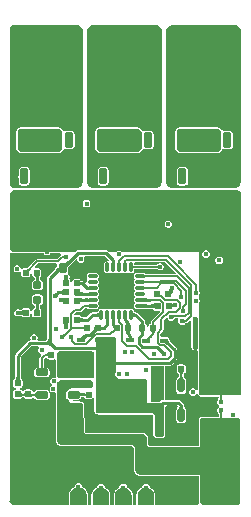
<source format=gtl>
G04*
G04 #@! TF.GenerationSoftware,Altium Limited,Altium Designer,22.8.2 (66)*
G04*
G04 Layer_Physical_Order=1*
G04 Layer_Color=255*
%FSLAX44Y44*%
%MOMM*%
G71*
G04*
G04 #@! TF.SameCoordinates,D88EF3AF-AA8D-4CAB-B9DB-13285413298B*
G04*
G04*
G04 #@! TF.FilePolarity,Positive*
G04*
G01*
G75*
%ADD10C,0.2000*%
%ADD13C,0.2540*%
G04:AMPARAMS|DCode=16|XSize=1.35mm|YSize=0.71mm|CornerRadius=0.1775mm|HoleSize=0mm|Usage=FLASHONLY|Rotation=270.000|XOffset=0mm|YOffset=0mm|HoleType=Round|Shape=RoundedRectangle|*
%AMROUNDEDRECTD16*
21,1,1.3500,0.3550,0,0,270.0*
21,1,0.9950,0.7100,0,0,270.0*
1,1,0.3550,-0.1775,-0.4975*
1,1,0.3550,-0.1775,0.4975*
1,1,0.3550,0.1775,0.4975*
1,1,0.3550,0.1775,-0.4975*
%
%ADD16ROUNDEDRECTD16*%
G04:AMPARAMS|DCode=17|XSize=0.75mm|YSize=1mm|CornerRadius=0.1875mm|HoleSize=0mm|Usage=FLASHONLY|Rotation=180.000|XOffset=0mm|YOffset=0mm|HoleType=Round|Shape=RoundedRectangle|*
%AMROUNDEDRECTD17*
21,1,0.7500,0.6250,0,0,180.0*
21,1,0.3750,1.0000,0,0,180.0*
1,1,0.3750,-0.1875,0.3125*
1,1,0.3750,0.1875,0.3125*
1,1,0.3750,0.1875,-0.3125*
1,1,0.3750,-0.1875,-0.3125*
%
%ADD17ROUNDEDRECTD17*%
%ADD18R,4.5600X0.9100*%
%ADD19R,4.5600X0.4300*%
%ADD20R,4.5600X2.7300*%
G04:AMPARAMS|DCode=21|XSize=0.58mm|YSize=0.58mm|CornerRadius=0.1508mm|HoleSize=0mm|Usage=FLASHONLY|Rotation=270.000|XOffset=0mm|YOffset=0mm|HoleType=Round|Shape=RoundedRectangle|*
%AMROUNDEDRECTD21*
21,1,0.5800,0.2784,0,0,270.0*
21,1,0.2784,0.5800,0,0,270.0*
1,1,0.3016,-0.1392,-0.1392*
1,1,0.3016,-0.1392,0.1392*
1,1,0.3016,0.1392,0.1392*
1,1,0.3016,0.1392,-0.1392*
%
%ADD21ROUNDEDRECTD21*%
G04:AMPARAMS|DCode=22|XSize=0.64mm|YSize=0.42mm|CornerRadius=0.105mm|HoleSize=0mm|Usage=FLASHONLY|Rotation=0.000|XOffset=0mm|YOffset=0mm|HoleType=Round|Shape=RoundedRectangle|*
%AMROUNDEDRECTD22*
21,1,0.6400,0.2100,0,0,0.0*
21,1,0.4300,0.4200,0,0,0.0*
1,1,0.2100,0.2150,-0.1050*
1,1,0.2100,-0.2150,-0.1050*
1,1,0.2100,-0.2150,0.1050*
1,1,0.2100,0.2150,0.1050*
%
%ADD22ROUNDEDRECTD22*%
G04:AMPARAMS|DCode=23|XSize=0.58mm|YSize=0.58mm|CornerRadius=0.1508mm|HoleSize=0mm|Usage=FLASHONLY|Rotation=0.000|XOffset=0mm|YOffset=0mm|HoleType=Round|Shape=RoundedRectangle|*
%AMROUNDEDRECTD23*
21,1,0.5800,0.2784,0,0,0.0*
21,1,0.2784,0.5800,0,0,0.0*
1,1,0.3016,0.1392,-0.1392*
1,1,0.3016,-0.1392,-0.1392*
1,1,0.3016,-0.1392,0.1392*
1,1,0.3016,0.1392,0.1392*
%
%ADD23ROUNDEDRECTD23*%
G04:AMPARAMS|DCode=24|XSize=1.22mm|YSize=1.2mm|CornerRadius=0.3mm|HoleSize=0mm|Usage=FLASHONLY|Rotation=0.000|XOffset=0mm|YOffset=0mm|HoleType=Round|Shape=RoundedRectangle|*
%AMROUNDEDRECTD24*
21,1,1.2200,0.6000,0,0,0.0*
21,1,0.6200,1.2000,0,0,0.0*
1,1,0.6000,0.3100,-0.3000*
1,1,0.6000,-0.3100,-0.3000*
1,1,0.6000,-0.3100,0.3000*
1,1,0.6000,0.3100,0.3000*
%
%ADD24ROUNDEDRECTD24*%
G04:AMPARAMS|DCode=25|XSize=1.2mm|YSize=0.6mm|CornerRadius=0.15mm|HoleSize=0mm|Usage=FLASHONLY|Rotation=90.000|XOffset=0mm|YOffset=0mm|HoleType=Round|Shape=RoundedRectangle|*
%AMROUNDEDRECTD25*
21,1,1.2000,0.3000,0,0,90.0*
21,1,0.9000,0.6000,0,0,90.0*
1,1,0.3000,0.1500,0.4500*
1,1,0.3000,0.1500,-0.4500*
1,1,0.3000,-0.1500,-0.4500*
1,1,0.3000,-0.1500,0.4500*
%
%ADD25ROUNDEDRECTD25*%
%ADD26R,2.8000X2.8000*%
G04:AMPARAMS|DCode=27|XSize=0.8mm|YSize=0.3mm|CornerRadius=0.075mm|HoleSize=0mm|Usage=FLASHONLY|Rotation=0.000|XOffset=0mm|YOffset=0mm|HoleType=Round|Shape=RoundedRectangle|*
%AMROUNDEDRECTD27*
21,1,0.8000,0.1500,0,0,0.0*
21,1,0.6500,0.3000,0,0,0.0*
1,1,0.1500,0.3250,-0.0750*
1,1,0.1500,-0.3250,-0.0750*
1,1,0.1500,-0.3250,0.0750*
1,1,0.1500,0.3250,0.0750*
%
%ADD27ROUNDEDRECTD27*%
G04:AMPARAMS|DCode=28|XSize=0.8mm|YSize=0.3mm|CornerRadius=0.075mm|HoleSize=0mm|Usage=FLASHONLY|Rotation=270.000|XOffset=0mm|YOffset=0mm|HoleType=Round|Shape=RoundedRectangle|*
%AMROUNDEDRECTD28*
21,1,0.8000,0.1500,0,0,270.0*
21,1,0.6500,0.3000,0,0,270.0*
1,1,0.1500,-0.0750,-0.3250*
1,1,0.1500,-0.0750,0.3250*
1,1,0.1500,0.0750,0.3250*
1,1,0.1500,0.0750,-0.3250*
%
%ADD28ROUNDEDRECTD28*%
G04:AMPARAMS|DCode=29|XSize=1.8mm|YSize=0.8mm|CornerRadius=0.2mm|HoleSize=0mm|Usage=FLASHONLY|Rotation=90.000|XOffset=0mm|YOffset=0mm|HoleType=Round|Shape=RoundedRectangle|*
%AMROUNDEDRECTD29*
21,1,1.8000,0.4000,0,0,90.0*
21,1,1.4000,0.8000,0,0,90.0*
1,1,0.4000,0.2000,0.7000*
1,1,0.4000,0.2000,-0.7000*
1,1,0.4000,-0.2000,-0.7000*
1,1,0.4000,-0.2000,0.7000*
%
%ADD29ROUNDEDRECTD29*%
G04:AMPARAMS|DCode=30|XSize=1mm|YSize=1.77mm|CornerRadius=0.25mm|HoleSize=0mm|Usage=FLASHONLY|Rotation=270.000|XOffset=0mm|YOffset=0mm|HoleType=Round|Shape=RoundedRectangle|*
%AMROUNDEDRECTD30*
21,1,1.0000,1.2700,0,0,270.0*
21,1,0.5000,1.7700,0,0,270.0*
1,1,0.5000,-0.6350,-0.2500*
1,1,0.5000,-0.6350,0.2500*
1,1,0.5000,0.6350,0.2500*
1,1,0.5000,0.6350,-0.2500*
%
%ADD30ROUNDEDRECTD30*%
G04:AMPARAMS|DCode=31|XSize=1mm|YSize=1.77mm|CornerRadius=0.25mm|HoleSize=0mm|Usage=FLASHONLY|Rotation=270.000|XOffset=0mm|YOffset=0mm|HoleType=Round|Shape=RoundedRectangle|*
%AMROUNDEDRECTD31*
21,1,1.0000,1.2700,0,0,270.0*
21,1,0.5000,1.7700,0,0,270.0*
1,1,0.5000,-0.6350,-0.2500*
1,1,0.5000,-0.6350,0.2500*
1,1,0.5000,0.6350,0.2500*
1,1,0.5000,0.6350,-0.2500*
%
%ADD31ROUNDEDRECTD31*%
G04:AMPARAMS|DCode=32|XSize=2.2mm|YSize=2.15mm|CornerRadius=0.5375mm|HoleSize=0mm|Usage=FLASHONLY|Rotation=180.000|XOffset=0mm|YOffset=0mm|HoleType=Round|Shape=RoundedRectangle|*
%AMROUNDEDRECTD32*
21,1,2.2000,1.0750,0,0,180.0*
21,1,1.1250,2.1500,0,0,180.0*
1,1,1.0750,-0.5625,0.5375*
1,1,1.0750,0.5625,0.5375*
1,1,1.0750,0.5625,-0.5375*
1,1,1.0750,-0.5625,-0.5375*
%
%ADD32ROUNDEDRECTD32*%
G04:AMPARAMS|DCode=33|XSize=0.7mm|YSize=0.7mm|CornerRadius=0.1785mm|HoleSize=0mm|Usage=FLASHONLY|Rotation=0.000|XOffset=0mm|YOffset=0mm|HoleType=Round|Shape=RoundedRectangle|*
%AMROUNDEDRECTD33*
21,1,0.7000,0.3430,0,0,0.0*
21,1,0.3430,0.7000,0,0,0.0*
1,1,0.3570,0.1715,-0.1715*
1,1,0.3570,-0.1715,-0.1715*
1,1,0.3570,-0.1715,0.1715*
1,1,0.3570,0.1715,0.1715*
%
%ADD33ROUNDEDRECTD33*%
G04:AMPARAMS|DCode=34|XSize=0.7mm|YSize=0.7mm|CornerRadius=0.1785mm|HoleSize=0mm|Usage=FLASHONLY|Rotation=0.000|XOffset=0mm|YOffset=0mm|HoleType=Round|Shape=RoundedRectangle|*
%AMROUNDEDRECTD34*
21,1,0.7000,0.3430,0,0,0.0*
21,1,0.3430,0.7000,0,0,0.0*
1,1,0.3570,0.1715,-0.1715*
1,1,0.3570,-0.1715,-0.1715*
1,1,0.3570,-0.1715,0.1715*
1,1,0.3570,0.1715,0.1715*
%
%ADD34ROUNDEDRECTD34*%
G04:AMPARAMS|DCode=35|XSize=0.7mm|YSize=0.7mm|CornerRadius=0.1785mm|HoleSize=0mm|Usage=FLASHONLY|Rotation=90.000|XOffset=0mm|YOffset=0mm|HoleType=Round|Shape=RoundedRectangle|*
%AMROUNDEDRECTD35*
21,1,0.7000,0.3430,0,0,90.0*
21,1,0.3430,0.7000,0,0,90.0*
1,1,0.3570,0.1715,0.1715*
1,1,0.3570,0.1715,-0.1715*
1,1,0.3570,-0.1715,-0.1715*
1,1,0.3570,-0.1715,0.1715*
%
%ADD35ROUNDEDRECTD35*%
G04:AMPARAMS|DCode=36|XSize=0.7mm|YSize=0.7mm|CornerRadius=0.1785mm|HoleSize=0mm|Usage=FLASHONLY|Rotation=0.000|XOffset=0mm|YOffset=0mm|HoleType=Round|Shape=RoundedRectangle|*
%AMROUNDEDRECTD36*
21,1,0.7000,0.3430,0,0,0.0*
21,1,0.3430,0.7000,0,0,0.0*
1,1,0.3570,0.1715,-0.1715*
1,1,0.3570,-0.1715,-0.1715*
1,1,0.3570,-0.1715,0.1715*
1,1,0.3570,0.1715,0.1715*
%
%ADD36ROUNDEDRECTD36*%
G04:AMPARAMS|DCode=37|XSize=1.1mm|YSize=0.6mm|CornerRadius=0.15mm|HoleSize=0mm|Usage=FLASHONLY|Rotation=180.000|XOffset=0mm|YOffset=0mm|HoleType=Round|Shape=RoundedRectangle|*
%AMROUNDEDRECTD37*
21,1,1.1000,0.3000,0,0,180.0*
21,1,0.8000,0.6000,0,0,180.0*
1,1,0.3000,-0.4000,0.1500*
1,1,0.3000,0.4000,0.1500*
1,1,0.3000,0.4000,-0.1500*
1,1,0.3000,-0.4000,-0.1500*
%
%ADD37ROUNDEDRECTD37*%
G04:AMPARAMS|DCode=38|XSize=1mm|YSize=1.77mm|CornerRadius=0.25mm|HoleSize=0mm|Usage=FLASHONLY|Rotation=0.000|XOffset=0mm|YOffset=0mm|HoleType=Round|Shape=RoundedRectangle|*
%AMROUNDEDRECTD38*
21,1,1.0000,1.2700,0,0,0.0*
21,1,0.5000,1.7700,0,0,0.0*
1,1,0.5000,0.2500,-0.6350*
1,1,0.5000,-0.2500,-0.6350*
1,1,0.5000,-0.2500,0.6350*
1,1,0.5000,0.2500,0.6350*
%
%ADD38ROUNDEDRECTD38*%
G04:AMPARAMS|DCode=39|XSize=1mm|YSize=1.77mm|CornerRadius=0.25mm|HoleSize=0mm|Usage=FLASHONLY|Rotation=0.000|XOffset=0mm|YOffset=0mm|HoleType=Round|Shape=RoundedRectangle|*
%AMROUNDEDRECTD39*
21,1,1.0000,1.2700,0,0,0.0*
21,1,0.5000,1.7700,0,0,0.0*
1,1,0.5000,0.2500,-0.6350*
1,1,0.5000,-0.2500,-0.6350*
1,1,0.5000,-0.2500,0.6350*
1,1,0.5000,0.2500,0.6350*
%
%ADD39ROUNDEDRECTD39*%
G04:AMPARAMS|DCode=40|XSize=0.74mm|YSize=0.83mm|CornerRadius=0.1887mm|HoleSize=0mm|Usage=FLASHONLY|Rotation=180.000|XOffset=0mm|YOffset=0mm|HoleType=Round|Shape=RoundedRectangle|*
%AMROUNDEDRECTD40*
21,1,0.7400,0.4526,0,0,180.0*
21,1,0.3626,0.8300,0,0,180.0*
1,1,0.3774,-0.1813,0.2263*
1,1,0.3774,0.1813,0.2263*
1,1,0.3774,0.1813,-0.2263*
1,1,0.3774,-0.1813,-0.2263*
%
%ADD40ROUNDEDRECTD40*%
G04:AMPARAMS|DCode=41|XSize=2.78mm|YSize=3.22mm|CornerRadius=0.2502mm|HoleSize=0mm|Usage=FLASHONLY|Rotation=270.000|XOffset=0mm|YOffset=0mm|HoleType=Round|Shape=RoundedRectangle|*
%AMROUNDEDRECTD41*
21,1,2.7800,2.7196,0,0,270.0*
21,1,2.2796,3.2200,0,0,270.0*
1,1,0.5004,-1.3598,-1.1398*
1,1,0.5004,-1.3598,1.1398*
1,1,0.5004,1.3598,1.1398*
1,1,0.5004,1.3598,-1.1398*
%
%ADD41ROUNDEDRECTD41*%
G04:AMPARAMS|DCode=42|XSize=2.78mm|YSize=3.22mm|CornerRadius=0.2502mm|HoleSize=0mm|Usage=FLASHONLY|Rotation=270.000|XOffset=0mm|YOffset=0mm|HoleType=Round|Shape=RoundedRectangle|*
%AMROUNDEDRECTD42*
21,1,2.7800,2.7196,0,0,270.0*
21,1,2.2796,3.2200,0,0,270.0*
1,1,0.5004,-1.3598,-1.1398*
1,1,0.5004,-1.3598,1.1398*
1,1,0.5004,1.3598,1.1398*
1,1,0.5004,1.3598,-1.1398*
%
%ADD42ROUNDEDRECTD42*%
%ADD74C,1.4000*%
G04:AMPARAMS|DCode=75|XSize=3mm|YSize=4mm|CornerRadius=0.75mm|HoleSize=0mm|Usage=FLASHONLY|Rotation=0.000|XOffset=0mm|YOffset=0mm|HoleType=Round|Shape=RoundedRectangle|*
%AMROUNDEDRECTD75*
21,1,3.0000,2.5000,0,0,0.0*
21,1,1.5000,4.0000,0,0,0.0*
1,1,1.5000,0.7500,-1.2500*
1,1,1.5000,-0.7500,-1.2500*
1,1,1.5000,-0.7500,1.2500*
1,1,1.5000,0.7500,1.2500*
%
%ADD75ROUNDEDRECTD75*%
%ADD76C,0.1270*%
%ADD77C,0.1524*%
%ADD78C,0.4064*%
%ADD79C,0.3810*%
%ADD80C,0.2794*%
G04:AMPARAMS|DCode=81|XSize=4.5mm|YSize=2.5mm|CornerRadius=0.625mm|HoleSize=0mm|Usage=FLASHONLY|Rotation=0.000|XOffset=0mm|YOffset=0mm|HoleType=Round|Shape=RoundedRectangle|*
%AMROUNDEDRECTD81*
21,1,4.5000,1.2500,0,0,0.0*
21,1,3.2500,2.5000,0,0,0.0*
1,1,1.2500,1.6250,-0.6250*
1,1,1.2500,-1.6250,-0.6250*
1,1,1.2500,-1.6250,0.6250*
1,1,1.2500,1.6250,0.6250*
%
%ADD81ROUNDEDRECTD81*%
%ADD82C,0.4500*%
%ADD83C,0.4000*%
G36*
X73001Y408000D02*
X124999Y408000D01*
X124999Y408000D01*
X124999Y408000D01*
X126193Y408002D01*
X128399Y407089D01*
X130088Y405401D01*
X131000Y403194D01*
X130998Y402000D01*
X130998Y320000D01*
X130999Y276000D01*
X130999Y276000D01*
X130999Y274807D01*
X130086Y272602D01*
X128398Y270914D01*
X126192Y270000D01*
X124999Y270001D01*
X73001D01*
X73001Y270001D01*
X71808D01*
X69602Y270914D01*
X67915Y272602D01*
X67001Y274807D01*
X67001Y276000D01*
Y326001D01*
X67001Y402000D01*
X67001Y402000D01*
X67001Y402000D01*
X66999Y403195D01*
X67911Y405402D01*
X69600Y407090D01*
X71807Y408002D01*
X73001Y408000D01*
D02*
G37*
G36*
X6001D02*
X57999Y408000D01*
X57999Y408000D01*
X57999Y408000D01*
X59193Y408002D01*
X61399Y407089D01*
X63088Y405401D01*
X64000Y403194D01*
X63998Y402000D01*
X63998Y320000D01*
X63999Y276000D01*
X63999Y276000D01*
X63999Y274807D01*
X63086Y272602D01*
X61398Y270914D01*
X59192Y270000D01*
X57999Y270001D01*
X6001D01*
X6001Y270001D01*
X4808D01*
X2603Y270914D01*
X1641Y271876D01*
Y405000D01*
X1641Y405000D01*
X1641Y405000D01*
X1598Y405104D01*
X1838Y406310D01*
X1875Y406365D01*
X2600Y407090D01*
X4807Y408002D01*
X6001Y408000D01*
D02*
G37*
G36*
X140000Y408000D02*
X191998Y407999D01*
X191998Y407999D01*
X191998Y407999D01*
X193191Y408001D01*
X195398Y407089D01*
X197087Y405401D01*
X197999Y403194D01*
X197997Y402000D01*
X197997Y320000D01*
X197997Y276000D01*
X197997Y276000D01*
X197997Y274806D01*
X197084Y272601D01*
X195396Y270913D01*
X193191Y270000D01*
X191998Y270000D01*
X140000D01*
X140000Y270000D01*
X138806D01*
X136601Y270914D01*
X134913Y272601D01*
X134000Y274807D01*
X134000Y276000D01*
Y326000D01*
X134000Y402000D01*
X134000Y402000D01*
X134000Y402000D01*
X133998Y403194D01*
X134910Y405401D01*
X136599Y407090D01*
X138806Y408002D01*
X140000Y408000D01*
D02*
G37*
G36*
X47363Y210416D02*
X47302Y210496D01*
X47225Y210568D01*
X47134Y210631D01*
X47028Y210686D01*
X46907Y210732D01*
X46772Y210770D01*
X46621Y210799D01*
X46457Y210820D01*
X46277Y210833D01*
X46083Y210837D01*
Y212107D01*
X46258Y212112D01*
X46419Y212125D01*
X46566Y212148D01*
X46699Y212181D01*
X46818Y212222D01*
X46923Y212273D01*
X47014Y212333D01*
X47091Y212402D01*
X47154Y212481D01*
X47203Y212569D01*
X47363Y210416D01*
D02*
G37*
G36*
X85932Y208714D02*
X85307Y207543D01*
X85246Y207555D01*
X83746D01*
X83057Y207418D01*
X82473Y207028D01*
X82082Y206444D01*
X81945Y205755D01*
Y199255D01*
X82082Y198566D01*
X82473Y197981D01*
X83057Y197591D01*
X83746Y197454D01*
X85246D01*
X85935Y197591D01*
X86519Y197981D01*
X87473D01*
X88057Y197591D01*
X88746Y197454D01*
X90246D01*
X90935Y197591D01*
X91519Y197981D01*
X92473D01*
X93057Y197591D01*
X93746Y197454D01*
X95246D01*
X95935Y197591D01*
X96519Y197981D01*
X97473D01*
X98057Y197591D01*
X98746Y197454D01*
X100246D01*
X100935Y197591D01*
X101519Y197981D01*
X102473D01*
X103057Y197591D01*
X103746Y197454D01*
X105246D01*
X105935Y197591D01*
X106519Y197981D01*
X106909Y198566D01*
X107046Y199255D01*
Y201379D01*
X107064Y201380D01*
X107278Y201386D01*
X107393Y201437D01*
X125869D01*
X125977Y201386D01*
X126112Y201381D01*
X126196Y201370D01*
X126278Y201352D01*
X126359Y201327D01*
X126441Y201293D01*
X126526Y201250D01*
X126615Y201195D01*
X126708Y201128D01*
X126805Y201046D01*
X126931Y200926D01*
X127124Y200851D01*
X127412Y200563D01*
X128520Y200104D01*
X129720D01*
X130828Y200563D01*
X131677Y201412D01*
X132136Y202520D01*
Y203720D01*
X131677Y204828D01*
X130828Y205677D01*
X129720Y206136D01*
X128520D01*
X127412Y205677D01*
X127124Y205389D01*
X126931Y205314D01*
X126805Y205194D01*
X126708Y205112D01*
X126615Y205045D01*
X126526Y204990D01*
X126441Y204947D01*
X126359Y204913D01*
X126278Y204888D01*
X126196Y204870D01*
X126112Y204859D01*
X125977Y204854D01*
X125869Y204803D01*
X107393D01*
X107278Y204854D01*
X107064Y204860D01*
X107046Y204861D01*
Y205755D01*
X106966Y206160D01*
X107470Y207080D01*
X107778Y207430D01*
X133326D01*
X142797Y197958D01*
X142271Y196688D01*
X117396D01*
X117283Y196739D01*
X117115Y196744D01*
X117000Y196755D01*
X116906Y196772D01*
X116834Y196791D01*
X116781Y196810D01*
X116745Y196828D01*
X116721Y196843D01*
X116706Y196856D01*
X116693Y196869D01*
X116642Y196937D01*
X116573Y196977D01*
X116542Y197051D01*
X116390Y197114D01*
X115935Y197418D01*
X115246Y197555D01*
X108746D01*
X108057Y197418D01*
X107473Y197028D01*
X107082Y196444D01*
X106945Y195755D01*
Y194255D01*
X107082Y193566D01*
X107473Y192981D01*
Y192028D01*
X107082Y191444D01*
X106945Y190755D01*
Y189255D01*
X107082Y188566D01*
X107473Y187981D01*
Y187028D01*
X107082Y186444D01*
X106945Y185755D01*
Y184255D01*
X107082Y183566D01*
X107473Y182981D01*
Y182028D01*
X107082Y181444D01*
X106945Y180755D01*
Y179255D01*
X107082Y178566D01*
X107473Y177981D01*
Y177028D01*
X107082Y176444D01*
X106945Y175755D01*
Y174255D01*
X107082Y173566D01*
X107473Y172981D01*
Y172028D01*
X107082Y171444D01*
X106945Y170755D01*
Y169255D01*
X107082Y168566D01*
X107473Y167981D01*
X108057Y167591D01*
X108746Y167454D01*
X115246D01*
X115473Y167499D01*
X115527Y167477D01*
X115533Y167480D01*
X115539Y167477D01*
X118379Y167508D01*
X118464Y167544D01*
X121448D01*
X121529Y167508D01*
X121531Y167509D01*
X121534Y167508D01*
X122145Y167495D01*
X122650Y167458D01*
X123067Y167400D01*
X123391Y167327D01*
X123473Y167299D01*
X123481Y167259D01*
X123933Y166582D01*
X123951Y166526D01*
X123982Y166509D01*
X124039Y166425D01*
X124874Y165867D01*
X125858Y165671D01*
X128642D01*
X128740Y165690D01*
X129236Y164494D01*
X129020Y164350D01*
X121960Y157290D01*
X121567Y156701D01*
X121429Y156008D01*
Y155560D01*
X121380Y155450D01*
X121374Y155182D01*
X121357Y154987D01*
X121337Y154864D01*
X120865Y154769D01*
X120030Y154212D01*
X119472Y153377D01*
X119276Y152392D01*
X118007D01*
X117811Y153377D01*
X117340Y154083D01*
X117277Y154235D01*
X117206Y154264D01*
X117167Y154331D01*
X116998Y154460D01*
X116896Y154561D01*
X116801Y154683D01*
X116713Y154830D01*
X116631Y155008D01*
X116558Y155221D01*
X116497Y155470D01*
X116451Y155756D01*
X116422Y156080D01*
X116411Y156469D01*
X116372Y156555D01*
Y156700D01*
X116195Y157592D01*
X115690Y158348D01*
X109885Y164153D01*
X109129Y164658D01*
X108442Y164795D01*
X108262Y164874D01*
X107857Y164883D01*
X107534Y164908D01*
X107274Y164945D01*
X107081Y164990D01*
X107046Y165002D01*
Y165755D01*
X106909Y166444D01*
X106519Y167028D01*
X105935Y167418D01*
X105246Y167555D01*
X103746D01*
X103057Y167418D01*
X102473Y167028D01*
X101519D01*
X100935Y167418D01*
X100246Y167555D01*
X98746D01*
X98057Y167418D01*
X97473Y167028D01*
X96519D01*
X95935Y167418D01*
X95246Y167555D01*
X93746D01*
X93057Y167418D01*
X92473Y167028D01*
X91519D01*
X90935Y167418D01*
X90246Y167555D01*
X88746D01*
X88057Y167418D01*
X87473Y167028D01*
X86519D01*
X85935Y167418D01*
X85246Y167555D01*
X83746D01*
X83057Y167418D01*
X82473Y167028D01*
X81519D01*
X80935Y167418D01*
X80246Y167555D01*
X78746D01*
X78057Y167418D01*
X77473Y167028D01*
X77082Y166444D01*
X76945Y165755D01*
Y165124D01*
X76943Y165101D01*
X76907Y165079D01*
X76769Y165023D01*
X76552Y164965D01*
X76260Y164917D01*
X75898Y164886D01*
X75444Y164874D01*
X75357Y164835D01*
X72148D01*
X71256Y164658D01*
X70500Y164153D01*
X66638Y160290D01*
X64055D01*
X63969Y160329D01*
X63579Y160340D01*
X63256Y160369D01*
X62969Y160415D01*
X62720Y160476D01*
X62508Y160549D01*
X62330Y160630D01*
X62182Y160719D01*
X62061Y160814D01*
X61960Y160916D01*
X61830Y161085D01*
X61764Y161123D01*
X61734Y161194D01*
X61582Y161257D01*
X60876Y161729D01*
X59892Y161925D01*
X57136D01*
X57077Y161986D01*
X56517Y163102D01*
X58101Y164687D01*
X61468D01*
X62112Y164815D01*
X62658Y165180D01*
X65800Y168321D01*
X66596D01*
X66708Y168270D01*
X66877Y168265D01*
X66992Y168254D01*
X67085Y168237D01*
X67158Y168218D01*
X67211Y168199D01*
X67247Y168181D01*
X67271Y168166D01*
X67286Y168153D01*
X67299Y168141D01*
X67350Y168073D01*
X67419Y168032D01*
X67449Y167958D01*
X67601Y167895D01*
X68057Y167591D01*
X68746Y167454D01*
X75246D01*
X75935Y167591D01*
X76519Y167981D01*
X76909Y168566D01*
X77046Y169255D01*
Y170755D01*
X76909Y171444D01*
X76519Y172028D01*
Y172981D01*
X76909Y173566D01*
X77046Y174255D01*
Y175755D01*
X76909Y176444D01*
X76519Y177028D01*
Y177981D01*
X76909Y178566D01*
X77046Y179255D01*
Y180755D01*
X76909Y181444D01*
X76519Y182028D01*
Y182981D01*
X76909Y183566D01*
X77046Y184255D01*
Y185755D01*
X76909Y186444D01*
X76519Y187028D01*
Y187981D01*
X76909Y188566D01*
X77046Y189255D01*
Y190755D01*
X76909Y191444D01*
X76519Y192028D01*
Y192981D01*
X76909Y193566D01*
X77046Y194255D01*
Y195755D01*
X76909Y196444D01*
X76519Y197028D01*
X75935Y197418D01*
X75246Y197555D01*
X68746D01*
X68057Y197418D01*
X67473Y197028D01*
X67082Y196444D01*
X66945Y195755D01*
Y194255D01*
X67082Y193566D01*
X67473Y192981D01*
Y192028D01*
X67082Y191444D01*
X66945Y190755D01*
Y190047D01*
X65675Y189520D01*
X64695Y190501D01*
X63939Y191006D01*
X63240Y191145D01*
X63059Y191222D01*
X62754Y191226D01*
X62258Y191252D01*
X62253Y191253D01*
X61711Y192064D01*
X60876Y192622D01*
X59892Y192818D01*
X57108D01*
X56123Y192622D01*
X55288Y192064D01*
X54730Y191229D01*
X54534Y190245D01*
X53265D01*
X53069Y191229D01*
X52597Y191935D01*
X52534Y192087D01*
X52340Y193291D01*
X52515Y193713D01*
Y195012D01*
X52018Y196212D01*
X51099Y197131D01*
X51046Y198528D01*
X51098Y198604D01*
X51323Y199737D01*
Y202973D01*
X51386Y203098D01*
X51609Y203451D01*
X51912Y203860D01*
X52801Y204882D01*
X53365Y205464D01*
X53382Y205506D01*
X53421Y205526D01*
X53443Y205597D01*
X57690Y209844D01*
X58960Y209318D01*
Y208917D01*
X59419Y207808D01*
X60268Y206960D01*
X61376Y206501D01*
X62576D01*
X63684Y206960D01*
X64533Y207808D01*
X64992Y208917D01*
Y210117D01*
X64533Y211225D01*
X65146Y212408D01*
X82238D01*
X85932Y208714D01*
D02*
G37*
G36*
X100137Y207552D02*
X100156Y207359D01*
X100188Y207179D01*
X100232Y207011D01*
X100289Y206856D01*
X100359Y206714D01*
X100441Y206585D01*
X100536Y206468D01*
X100644Y206364D01*
X100765Y206273D01*
X98227D01*
X98348Y206364D01*
X98455Y206468D01*
X98550Y206585D01*
X98633Y206714D01*
X98702Y206856D01*
X98759Y207011D01*
X98804Y207179D01*
X98835Y207359D01*
X98855Y207552D01*
X98861Y207758D01*
X100131D01*
X100137Y207552D01*
D02*
G37*
G36*
X95137D02*
X95156Y207359D01*
X95188Y207179D01*
X95232Y207011D01*
X95289Y206856D01*
X95359Y206714D01*
X95441Y206585D01*
X95536Y206468D01*
X95644Y206364D01*
X95765Y206273D01*
X93227D01*
X93348Y206364D01*
X93455Y206468D01*
X93550Y206585D01*
X93633Y206714D01*
X93702Y206856D01*
X93759Y207011D01*
X93804Y207179D01*
X93835Y207359D01*
X93855Y207552D01*
X93861Y207758D01*
X95131D01*
X95137Y207552D01*
D02*
G37*
G36*
X90766Y208031D02*
X90893Y206102D01*
X90924Y206035D01*
X88068D01*
X88098Y206102D01*
X88125Y206208D01*
X88149Y206352D01*
X88187Y206757D01*
X88221Y207654D01*
X88227Y208446D01*
X90765D01*
X90766Y208031D01*
D02*
G37*
G36*
X52576Y206230D02*
X51990Y205627D01*
X51053Y204548D01*
X50701Y204073D01*
X50427Y203640D01*
X50231Y203250D01*
X50113Y202902D01*
X50073Y202597D01*
X50110Y202334D01*
X50225Y202114D01*
X47114Y206125D01*
X47288Y205964D01*
X47501Y205877D01*
X47753Y205864D01*
X48044Y205926D01*
X48375Y206062D01*
X48745Y206273D01*
X49153Y206558D01*
X49601Y206918D01*
X50615Y207861D01*
X52576Y206230D01*
D02*
G37*
G36*
X105962Y204269D02*
X106001Y204161D01*
X106066Y204066D01*
X106157Y203984D01*
X106274Y203914D01*
X106417Y203857D01*
X106586Y203812D01*
X106781Y203780D01*
X107002Y203761D01*
X107249Y203755D01*
Y202485D01*
X107002Y202479D01*
X106781Y202460D01*
X106586Y202428D01*
X106417Y202383D01*
X106274Y202326D01*
X106157Y202256D01*
X106066Y202174D01*
X106001Y202079D01*
X105962Y201971D01*
X105949Y201850D01*
Y204390D01*
X105962Y204269D01*
D02*
G37*
G36*
X127692Y201720D02*
X127540Y201865D01*
X127385Y201995D01*
X127227Y202110D01*
X127065Y202210D01*
X126900Y202294D01*
X126731Y202363D01*
X126559Y202416D01*
X126384Y202454D01*
X126206Y202477D01*
X126024Y202485D01*
Y203755D01*
X126206Y203763D01*
X126384Y203786D01*
X126559Y203824D01*
X126731Y203877D01*
X126900Y203946D01*
X127065Y204030D01*
X127227Y204130D01*
X127385Y204245D01*
X127540Y204375D01*
X127692Y204520D01*
X127692Y201720D01*
D02*
G37*
G36*
X19096Y200798D02*
X18860Y200553D01*
X18491Y200115D01*
X18358Y199921D01*
X18258Y199743D01*
X18192Y199582D01*
X18160Y199437D01*
X18162Y199309D01*
X18198Y199198D01*
X18268Y199102D01*
X16502Y200868D01*
X16597Y200798D01*
X16709Y200762D01*
X16837Y200760D01*
X16982Y200792D01*
X17143Y200858D01*
X17321Y200958D01*
X17515Y201091D01*
X17726Y201259D01*
X17954Y201460D01*
X18197Y201696D01*
X19096Y200798D01*
D02*
G37*
G36*
X43778Y198182D02*
X43713Y198456D01*
X43604Y198652D01*
X43452Y198768D01*
X43256Y198804D01*
X43016Y198761D01*
X42733Y198639D01*
X42406Y198437D01*
X42036Y198156D01*
X41622Y197796D01*
X41164Y197356D01*
X41048Y200832D01*
X41441Y201243D01*
X42089Y202032D01*
X42344Y202410D01*
X42554Y202778D01*
X42718Y203135D01*
X42836Y203482D01*
X42908Y203818D01*
X42934Y204144D01*
X42914Y204458D01*
X43778Y198182D01*
D02*
G37*
G36*
X115856Y196153D02*
X115960Y196045D01*
X116076Y195950D01*
X116206Y195868D01*
X116348Y195798D01*
X116502Y195741D01*
X116670Y195697D01*
X116850Y195665D01*
X117044Y195646D01*
X117249Y195640D01*
Y194370D01*
X117044Y194363D01*
X116850Y194344D01*
X116670Y194313D01*
X116502Y194268D01*
X116348Y194211D01*
X116206Y194142D01*
X116076Y194059D01*
X115960Y193964D01*
X115856Y193856D01*
X115765Y193736D01*
Y196273D01*
X115856Y196153D01*
D02*
G37*
G36*
X50556Y193871D02*
X50593Y193477D01*
X50653Y193111D01*
X50738Y192772D01*
X50842Y192773D01*
X50785Y192704D01*
X50771Y192678D01*
X50847Y192460D01*
X50981Y192176D01*
X51138Y191919D01*
X51320Y191688D01*
X51526Y191486D01*
X51757Y191310D01*
X50548D01*
X50544Y191173D01*
X48004Y191138D01*
X48002Y191310D01*
X46842D01*
X47063Y191479D01*
X47261Y191678D01*
X47435Y191904D01*
X47586Y192160D01*
X47714Y192443D01*
X47775Y192627D01*
X47751Y192668D01*
X47692Y192738D01*
X47813Y192739D01*
X47818Y192756D01*
X47900Y193097D01*
X47958Y193466D01*
X47993Y193864D01*
X48004Y194291D01*
X50544D01*
X50556Y193871D01*
D02*
G37*
G36*
X27220Y195765D02*
X27073Y195483D01*
X26943Y195186D01*
X26831Y194872D01*
X26736Y194544D01*
X26658Y194200D01*
X26598Y193840D01*
X26531Y193095D01*
X26532Y193013D01*
X26570Y192538D01*
X26633Y192118D01*
X26720Y191755D01*
X26833Y191447D01*
X26971Y191196D01*
X27134Y191000D01*
X27322Y190860D01*
X27535Y190777D01*
X27773Y190749D01*
X22727D01*
X22965Y190777D01*
X23178Y190860D01*
X23366Y191000D01*
X23529Y191196D01*
X23667Y191447D01*
X23779Y191755D01*
X23867Y192118D01*
X23930Y192538D01*
X23967Y193013D01*
X23969Y193057D01*
X23967Y193108D01*
X23929Y193592D01*
X23866Y194014D01*
X23778Y194374D01*
X23664Y194672D01*
X23525Y194908D01*
X23361Y195081D01*
X23171Y195193D01*
X22956Y195243D01*
X22716Y195231D01*
X27384Y196031D01*
X27220Y195765D01*
D02*
G37*
G36*
X115763Y191128D02*
X115808Y191023D01*
X115884Y190930D01*
X115989Y190849D01*
X116125Y190781D01*
X116290Y190726D01*
X116485Y190683D01*
X116710Y190652D01*
X116965Y190633D01*
X117249Y190627D01*
Y189357D01*
X117042Y189351D01*
X116848Y189332D01*
X116666Y189301D01*
X116498Y189258D01*
X116343Y189202D01*
X116201Y189133D01*
X116073Y189053D01*
X115957Y188960D01*
X115854Y188854D01*
X115765Y188736D01*
X115747Y191245D01*
X115763Y191128D01*
D02*
G37*
G36*
X61334Y190425D02*
X61386Y190361D01*
X61473Y190305D01*
X61594Y190257D01*
X61750Y190216D01*
X61940Y190182D01*
X62165Y190156D01*
X62718Y190126D01*
X63047Y190123D01*
Y187583D01*
X62718Y187579D01*
X61940Y187523D01*
X61750Y187489D01*
X61594Y187448D01*
X61473Y187400D01*
X61386Y187344D01*
X61334Y187281D01*
X61317Y187210D01*
Y190496D01*
X61334Y190425D01*
D02*
G37*
G36*
X139955Y183570D02*
X139586Y182795D01*
X139563Y182734D01*
X139820Y182607D01*
X139738Y182570D01*
X139651Y182512D01*
X139562Y182434D01*
X139469Y182335D01*
X139372Y182215D01*
X139346Y182178D01*
X138822Y180834D01*
X138681Y180301D01*
X138596Y179830D01*
X138569Y179419D01*
X138598Y179068D01*
X138684Y178779D01*
X138827Y178550D01*
X135301Y182637D01*
X135482Y182479D01*
X135678Y182407D01*
X135890Y182422D01*
X136117Y182524D01*
X136359Y182711D01*
X136617Y182985D01*
X136890Y183346D01*
X136974Y183476D01*
X136994Y183555D01*
X137015Y183689D01*
X137023Y183808D01*
X137016Y183912D01*
X136995Y184000D01*
X137230Y183884D01*
X137482Y184326D01*
X137801Y184945D01*
X139955Y183570D01*
D02*
G37*
G36*
X115856Y186153D02*
X115960Y186045D01*
X116076Y185950D01*
X116206Y185868D01*
X116348Y185798D01*
X116502Y185741D01*
X116670Y185697D01*
X116850Y185665D01*
X117044Y185646D01*
X117249Y185640D01*
Y184370D01*
X117044Y184363D01*
X116850Y184344D01*
X116670Y184313D01*
X116502Y184268D01*
X116348Y184211D01*
X116206Y184142D01*
X116076Y184059D01*
X115960Y183964D01*
X115856Y183856D01*
X115765Y183736D01*
Y186273D01*
X115856Y186153D01*
D02*
G37*
G36*
X160127Y183998D02*
X160150Y183819D01*
X160188Y183644D01*
X160242Y183472D01*
X160311Y183304D01*
X160395Y183138D01*
X160494Y182977D01*
X160609Y182818D01*
X160739Y182663D01*
X160884Y182512D01*
X158084D01*
X158230Y182663D01*
X158360Y182818D01*
X158475Y182977D01*
X158574Y183138D01*
X158658Y183304D01*
X158727Y183472D01*
X158780Y183644D01*
X158819Y183819D01*
X158842Y183998D01*
X158849Y184180D01*
X160119D01*
X160127Y183998D01*
D02*
G37*
G36*
X46842Y178764D02*
X46670Y178990D01*
X46469Y179192D01*
X46241Y179370D01*
X45985Y179524D01*
X45700Y179655D01*
X45388Y179762D01*
X45048Y179845D01*
X44681Y179904D01*
X44285Y179940D01*
X43861Y179952D01*
Y182492D01*
X44285Y182504D01*
X44681Y182539D01*
X45048Y182598D01*
X45388Y182682D01*
X45700Y182788D01*
X45985Y182919D01*
X46241Y183073D01*
X46469Y183251D01*
X46670Y183453D01*
X46842Y183679D01*
Y178764D01*
D02*
G37*
G36*
X147497Y180448D02*
X147525Y180253D01*
X147572Y180060D01*
X147638Y179868D01*
X147722Y179678D01*
X147826Y179488D01*
X147948Y179300D01*
X148089Y179112D01*
X148249Y178926D01*
X148427Y178741D01*
X145277D01*
X145456Y178926D01*
X145616Y179112D01*
X145757Y179300D01*
X145879Y179488D01*
X145982Y179678D01*
X146067Y179868D01*
X146133Y180060D01*
X146180Y180253D01*
X146208Y180448D01*
X146217Y180643D01*
X147487D01*
X147497Y180448D01*
D02*
G37*
G36*
X42974Y179810D02*
X42816Y179648D01*
X42455Y179236D01*
X42372Y179123D01*
X42308Y179021D01*
X42263Y178931D01*
X42237Y178854D01*
X42229Y178788D01*
X42240Y178734D01*
X39651Y179799D01*
X41114Y181542D01*
X42974Y179810D01*
D02*
G37*
G36*
X61343Y182303D02*
X61381Y182087D01*
X61482Y181897D01*
X61645Y181732D01*
X61871Y181592D01*
X62159Y181478D01*
X62510Y181389D01*
X62924Y181325D01*
X63400Y181287D01*
X63938Y181275D01*
X63452Y178735D01*
X62965Y178732D01*
X60923Y178589D01*
X60730Y178545D01*
X60578Y178494D01*
X60468Y178438D01*
X61368Y182545D01*
X61343Y182303D01*
D02*
G37*
G36*
X121116Y175853D02*
X121235Y175808D01*
X121398Y175769D01*
X121606Y175735D01*
X122155Y175682D01*
X123310Y175642D01*
X123783Y175640D01*
Y174370D01*
X123310Y174367D01*
X121398Y174240D01*
X121235Y174201D01*
X121116Y174156D01*
X121041Y174106D01*
Y175903D01*
X121116Y175853D01*
D02*
G37*
G36*
X115597Y176402D02*
X115714Y176375D01*
X115877Y176351D01*
X116340Y176313D01*
X117820Y176275D01*
X118305Y176273D01*
Y173736D01*
X117820Y173734D01*
X115597Y173607D01*
X115527Y173577D01*
Y176432D01*
X115597Y176402D01*
D02*
G37*
G36*
X68465Y173577D02*
X68394Y173607D01*
X68278Y173634D01*
X68115Y173658D01*
X67652Y173696D01*
X66172Y173734D01*
X65687Y173736D01*
Y176273D01*
X66172Y176275D01*
X68394Y176402D01*
X68465Y176432D01*
Y173577D01*
D02*
G37*
G36*
X46857Y175938D02*
X46915Y175907D01*
X46994Y175880D01*
X47094Y175856D01*
X47215Y175836D01*
X47521Y175807D01*
X47911Y175793D01*
X48137Y175791D01*
X47665Y173251D01*
X46433Y173225D01*
X46820Y175972D01*
X46857Y175938D01*
D02*
G37*
G36*
X60522Y176355D02*
X60623Y176338D01*
X60773Y176324D01*
X61508Y176291D01*
X63157Y176275D01*
X63938Y173735D01*
X63397Y173722D01*
X62919Y173684D01*
X62504Y173620D01*
X62153Y173531D01*
X61864Y173417D01*
X61639Y173277D01*
X61476Y173112D01*
X61377Y172922D01*
X61341Y172706D01*
X61368Y172465D01*
X60468Y176374D01*
X60522Y176355D01*
D02*
G37*
G36*
X68227Y168736D02*
X68136Y168856D01*
X68032Y168964D01*
X67916Y169059D01*
X67786Y169142D01*
X67644Y169211D01*
X67489Y169268D01*
X67322Y169313D01*
X67141Y169344D01*
X66948Y169363D01*
X66742Y169370D01*
Y170640D01*
X66948Y170646D01*
X67141Y170665D01*
X67322Y170697D01*
X67489Y170741D01*
X67644Y170798D01*
X67786Y170868D01*
X67916Y170950D01*
X68032Y171045D01*
X68136Y171153D01*
X68227Y171273D01*
Y168736D01*
D02*
G37*
G36*
X115563Y171427D02*
X115655Y171421D01*
X118367Y171402D01*
Y168608D01*
X115527Y168577D01*
Y171432D01*
X115563Y171427D01*
D02*
G37*
G36*
X139034Y171715D02*
X139113Y171548D01*
X139237Y171400D01*
X139405Y171273D01*
X139505Y171222D01*
X139525Y171234D01*
X139659Y171330D01*
X139778Y171440D01*
X139883Y171562D01*
X139946Y171060D01*
X140177Y171007D01*
X140523Y170958D01*
X140914Y170928D01*
X141349Y170919D01*
Y168919D01*
X140939Y168909D01*
X140574Y168879D01*
X140254Y168829D01*
X140229Y168823D01*
X140278Y168437D01*
X140151Y168528D01*
X140011Y168610D01*
X139860Y168682D01*
X139819Y168698D01*
X139746Y168670D01*
X139559Y168561D01*
X139416Y168431D01*
X139318Y168282D01*
X139264Y168113D01*
X139254Y167925D01*
X139194Y168866D01*
X139139Y168875D01*
X138930Y168899D01*
X138476Y168919D01*
X138192Y170919D01*
X138426Y170925D01*
X138645Y170944D01*
X138849Y170977D01*
X139040Y171021D01*
X139055Y171027D01*
X138999Y171902D01*
X139034Y171715D01*
D02*
G37*
G36*
X124797Y167228D02*
X124788Y167490D01*
X124709Y167724D01*
X124560Y167931D01*
X124341Y168111D01*
X124052Y168263D01*
X123693Y168387D01*
X123264Y168483D01*
X122765Y168552D01*
X122197Y168594D01*
X121558Y168608D01*
X121632Y171402D01*
X122051Y171412D01*
X122853Y171493D01*
X123236Y171565D01*
X123607Y171656D01*
X123966Y171768D01*
X124313Y171901D01*
X124648Y172053D01*
X124971Y172227D01*
X125282Y172420D01*
X124797Y167228D01*
D02*
G37*
G36*
X149524Y168685D02*
X149534Y168492D01*
X149561Y168298D01*
X149606Y168105D01*
X149670Y167911D01*
X149752Y167717D01*
X149852Y167523D01*
X149971Y167329D01*
X150107Y167134D01*
X150262Y166940D01*
X150435Y166745D01*
X147288Y166881D01*
X147472Y167056D01*
X147636Y167233D01*
X147781Y167413D01*
X147907Y167596D01*
X148013Y167781D01*
X148100Y167968D01*
X148167Y168158D01*
X148216Y168350D01*
X148245Y168545D01*
X148254Y168742D01*
X149524Y168685D01*
D02*
G37*
G36*
X105972Y164575D02*
X106040Y164407D01*
X106155Y164259D01*
X106315Y164130D01*
X106521Y164021D01*
X106773Y163933D01*
X107070Y163864D01*
X107413Y163814D01*
X107802Y163785D01*
X108237Y163775D01*
Y161235D01*
X107802Y161225D01*
X107413Y161195D01*
X107070Y161146D01*
X106773Y161077D01*
X106521Y160988D01*
X106315Y160879D01*
X106155Y160751D01*
X106040Y160602D01*
X105972Y160435D01*
X105949Y160247D01*
Y164762D01*
X105972Y164575D01*
D02*
G37*
G36*
X78043Y159965D02*
X78017Y160206D01*
X77940Y160422D01*
X77811Y160612D01*
X77632Y160777D01*
X77400Y160917D01*
X77117Y161031D01*
X76783Y161120D01*
X76398Y161184D01*
X75961Y161222D01*
X75472Y161235D01*
Y163775D01*
X75961Y163787D01*
X76398Y163825D01*
X76783Y163889D01*
X77117Y163978D01*
X77400Y164092D01*
X77632Y164232D01*
X77811Y164397D01*
X77940Y164587D01*
X78017Y164803D01*
X78043Y165045D01*
Y159965D01*
D02*
G37*
G36*
X140070Y162267D02*
X140496Y162003D01*
X140704Y161896D01*
X140908Y161805D01*
X141109Y161731D01*
X141307Y161673D01*
X141501Y161632D01*
X141692Y161607D01*
X141879Y161599D01*
X142082Y160329D01*
X141881Y160319D01*
X141685Y160288D01*
X141495Y160237D01*
X141311Y160166D01*
X141133Y160074D01*
X140960Y159962D01*
X140793Y159830D01*
X140632Y159677D01*
X140477Y159504D01*
X140327Y159310D01*
X139852Y162424D01*
X140070Y162267D01*
D02*
G37*
G36*
X95668Y158658D02*
X95582Y158558D01*
X95506Y158437D01*
X95440Y158295D01*
X95385Y158132D01*
X95339Y157948D01*
X95303Y157743D01*
X95278Y157516D01*
X95258Y156999D01*
X93734D01*
X93729Y157268D01*
X93688Y157743D01*
X93653Y157948D01*
X93607Y158132D01*
X93552Y158295D01*
X93486Y158437D01*
X93410Y158558D01*
X93323Y158658D01*
X93227Y158736D01*
X95765D01*
X95668Y158658D01*
D02*
G37*
G36*
X90893Y158903D02*
X90866Y158787D01*
X90843Y158624D01*
X90804Y158160D01*
X90766Y156681D01*
X90765Y156196D01*
X88227D01*
X88226Y156681D01*
X88098Y158903D01*
X88068Y158974D01*
X90924D01*
X90893Y158903D01*
D02*
G37*
G36*
X85893D02*
X85866Y158787D01*
X85843Y158624D01*
X85804Y158160D01*
X85766Y156681D01*
X85765Y156196D01*
X83227D01*
X83225Y156681D01*
X83098Y158903D01*
X83068Y158974D01*
X85924D01*
X85893Y158903D01*
D02*
G37*
G36*
X61129Y160191D02*
X61330Y159989D01*
X61558Y159811D01*
X61815Y159657D01*
X62099Y159526D01*
X62411Y159419D01*
X62751Y159336D01*
X63119Y159277D01*
X63514Y159241D01*
X63938Y159229D01*
Y156690D01*
X63514Y156678D01*
X63119Y156642D01*
X62751Y156583D01*
X62411Y156500D01*
X62099Y156393D01*
X61815Y156262D01*
X61558Y156108D01*
X61330Y155930D01*
X61129Y155728D01*
X60957Y155502D01*
Y160417D01*
X61129Y160191D01*
D02*
G37*
G36*
X149622Y158014D02*
X149743Y157895D01*
X149875Y157789D01*
X150017Y157697D01*
X150171Y157620D01*
X150335Y157557D01*
X150511Y157507D01*
X150697Y157472D01*
X150894Y157451D01*
X151102Y157444D01*
Y156174D01*
X150894Y156167D01*
X150697Y156146D01*
X150511Y156111D01*
X150335Y156061D01*
X150171Y155998D01*
X150017Y155920D01*
X149875Y155829D01*
X149743Y155723D01*
X149622Y155604D01*
X149513Y155470D01*
Y158148D01*
X149622Y158014D01*
D02*
G37*
G36*
X124011Y155122D02*
X124034Y154854D01*
X124072Y154617D01*
X124125Y154411D01*
X124193Y154237D01*
X124276Y154095D01*
X124374Y153984D01*
X124488Y153905D01*
X124616Y153858D01*
X124760Y153842D01*
X121724D01*
X121867Y153858D01*
X121996Y153905D01*
X122109Y153984D01*
X122208Y154095D01*
X122291Y154237D01*
X122359Y154411D01*
X122412Y154617D01*
X122450Y154854D01*
X122472Y155122D01*
X122480Y155422D01*
X124004D01*
X124011Y155122D01*
D02*
G37*
G36*
X102876Y155397D02*
X102924Y154755D01*
X102967Y154494D01*
X103021Y154273D01*
X103087Y154093D01*
X103166Y153952D01*
X103257Y153852D01*
X103359Y153792D01*
X103474Y153771D01*
X99726D01*
X99841Y153792D01*
X99944Y153852D01*
X100034Y153952D01*
X100113Y154093D01*
X100179Y154273D01*
X100233Y154494D01*
X100276Y154755D01*
X100306Y155056D01*
X100330Y155778D01*
X102870D01*
X102876Y155397D01*
D02*
G37*
G36*
X115324Y156015D02*
X115359Y155619D01*
X115419Y155251D01*
X115502Y154911D01*
X115609Y154599D01*
X115739Y154315D01*
X115893Y154059D01*
X116072Y153830D01*
X116273Y153630D01*
X116499Y153457D01*
X111585D01*
X111810Y153630D01*
X112012Y153830D01*
X112190Y154059D01*
X112344Y154315D01*
X112475Y154599D01*
X112582Y154911D01*
X112665Y155251D01*
X112724Y155619D01*
X112760Y156015D01*
X112772Y156438D01*
X115312D01*
X115324Y156015D01*
D02*
G37*
G36*
X51487Y155487D02*
X51274Y155397D01*
X51086Y155246D01*
X50923Y155036D01*
X50785Y154767D01*
X50673Y154437D01*
X50585Y154048D01*
X50560Y153868D01*
X50571Y153811D01*
X50607Y153681D01*
X50649Y153571D01*
X50696Y153482D01*
X50748Y153413D01*
X50509Y153423D01*
X50485Y153090D01*
X50472Y152521D01*
X47932D01*
X47921Y152956D01*
X47889Y153361D01*
X47863Y153538D01*
X47601Y153549D01*
X47664Y153619D01*
X47720Y153709D01*
X47770Y153818D01*
X47797Y153901D01*
X47758Y154080D01*
X47660Y154393D01*
X47540Y154676D01*
X47398Y154928D01*
X47235Y155150D01*
X47049Y155341D01*
X46842Y155502D01*
X51725Y155518D01*
X51487Y155487D01*
D02*
G37*
G36*
X64179Y149730D02*
X64166Y149851D01*
X64127Y149959D01*
X64062Y150054D01*
X63971Y150136D01*
X63854Y150206D01*
X63711Y150263D01*
X63542Y150308D01*
X63347Y150340D01*
X63126Y150359D01*
X62878Y150365D01*
Y151635D01*
X63126Y151641D01*
X63347Y151660D01*
X63542Y151692D01*
X63711Y151737D01*
X63854Y151794D01*
X63971Y151864D01*
X64062Y151946D01*
X64127Y152041D01*
X64166Y152149D01*
X64179Y152270D01*
Y149730D01*
D02*
G37*
G36*
X78937Y152934D02*
X79007Y152794D01*
X79124Y152671D01*
X79287Y152565D01*
X79498Y152475D01*
X79755Y152401D01*
X80059Y152344D01*
X80410Y152303D01*
X80807Y152278D01*
X81252Y152270D01*
Y149730D01*
X80807Y149722D01*
X80059Y149656D01*
X79755Y149599D01*
X79498Y149525D01*
X79287Y149435D01*
X79124Y149328D01*
X79007Y149206D01*
X78937Y149066D01*
X78913Y148911D01*
Y153089D01*
X78937Y152934D01*
D02*
G37*
G36*
X91298Y148132D02*
X91203Y148202D01*
X91091Y148238D01*
X90963Y148240D01*
X90818Y148208D01*
X90657Y148142D01*
X90479Y148042D01*
X90285Y147909D01*
X90074Y147741D01*
X89846Y147540D01*
X89602Y147304D01*
X88705Y148202D01*
X88940Y148446D01*
X89309Y148885D01*
X89442Y149079D01*
X89542Y149257D01*
X89608Y149418D01*
X89640Y149563D01*
X89638Y149691D01*
X89602Y149803D01*
X89532Y149898D01*
X91298Y148132D01*
D02*
G37*
G36*
X76097D02*
X75942Y148313D01*
X75744Y148415D01*
X75502Y148438D01*
X75217Y148383D01*
X74889Y148249D01*
X74517Y148036D01*
X74102Y147744D01*
X73644Y147374D01*
X72596Y146397D01*
X71552Y148945D01*
X72025Y149436D01*
X72781Y150332D01*
X73062Y150737D01*
X73281Y151114D01*
X73435Y151462D01*
X73525Y151781D01*
X73552Y152072D01*
X73515Y152334D01*
X73414Y152568D01*
X76097Y148132D01*
D02*
G37*
G36*
X124933Y148204D02*
X124788Y148145D01*
X124660Y148046D01*
X124549Y147907D01*
X124455Y147729D01*
X124378Y147511D01*
X124319Y147253D01*
X124276Y146956D01*
X124250Y146619D01*
X124242Y146242D01*
X122242D01*
X122233Y146619D01*
X122208Y146956D01*
X122165Y147253D01*
X122105Y147511D01*
X122029Y147729D01*
X121935Y147907D01*
X121824Y148046D01*
X121696Y148145D01*
X121551Y148204D01*
X121389Y148224D01*
X125095D01*
X124933Y148204D01*
D02*
G37*
G36*
X103456Y148248D02*
X103333Y148182D01*
X103224Y148073D01*
X103131Y147921D01*
X103051Y147725D01*
X102986Y147485D01*
X102935Y147202D01*
X102899Y146875D01*
X102870Y146091D01*
X100330D01*
X100323Y146505D01*
X100265Y147202D01*
X100214Y147485D01*
X100149Y147725D01*
X100070Y147921D01*
X99976Y148073D01*
X99867Y148182D01*
X99744Y148248D01*
X99607Y148270D01*
X103593D01*
X103456Y148248D01*
D02*
G37*
G36*
X49417Y145414D02*
X49294Y145281D01*
X49177Y145133D01*
X49067Y144970D01*
X48963Y144792D01*
X48864Y144600D01*
X48772Y144392D01*
X48607Y143933D01*
X48533Y143681D01*
X48465Y143415D01*
X46834Y146110D01*
X47066Y146060D01*
X47288Y146030D01*
X47502Y146022D01*
X47707Y146034D01*
X47903Y146067D01*
X48090Y146121D01*
X48268Y146195D01*
X48438Y146291D01*
X48598Y146407D01*
X48750Y146543D01*
X49417Y145414D01*
D02*
G37*
G36*
X116140Y148443D02*
X115966Y148362D01*
X115813Y148229D01*
X115680Y148041D01*
X115567Y147800D01*
X115475Y147506D01*
X115404Y147157D01*
X115353Y146756D01*
X115322Y146300D01*
X115312Y145792D01*
X112772D01*
X112761Y146300D01*
X112680Y147157D01*
X112608Y147506D01*
X112516Y147800D01*
X112403Y148041D01*
X112270Y148229D01*
X112117Y148362D01*
X111943Y148443D01*
X111749Y148470D01*
X116335D01*
X116140Y148443D01*
D02*
G37*
G36*
X91334Y143343D02*
X91948Y142240D01*
X91948Y141059D01*
X91948Y114269D01*
X91612Y113933D01*
X91153Y112825D01*
Y111625D01*
X91612Y110516D01*
X92245Y109883D01*
X92397Y109516D01*
X93133Y108780D01*
X94095Y108382D01*
X94615Y108331D01*
X115669Y108331D01*
X116132Y108331D01*
X116989Y107977D01*
X117645Y107321D01*
X117714Y107156D01*
X118000Y106000D01*
Y106000D01*
X118000D01*
X118000Y106000D01*
X118000Y90000D01*
X118050Y89493D01*
X118438Y88555D01*
X119155Y87838D01*
X120093Y87450D01*
X120600Y87400D01*
X130508Y87400D01*
X130906Y87400D01*
X131642Y87096D01*
X132190Y86547D01*
X132508Y85400D01*
D01*
X132508Y84223D01*
X132508Y61000D01*
X132509Y60602D01*
X132205Y59866D01*
X131642Y59303D01*
X130906Y58999D01*
X130508Y59000D01*
X126508D01*
X126110Y59000D01*
X125375Y59304D01*
X124812Y59867D01*
X124508Y60602D01*
X124508Y61000D01*
X124508Y77000D01*
X124470Y77390D01*
X124172Y78112D01*
X123651Y78633D01*
X123620Y78664D01*
X123619Y78664D01*
X122898Y78962D01*
X122509Y79000D01*
X122508Y79000D01*
X122508Y79000D01*
X76911D01*
X75809Y79457D01*
X74965Y80301D01*
X74508Y81403D01*
Y142240D01*
X74508Y142493D01*
X74701Y142959D01*
X75059Y143316D01*
X75525Y143510D01*
X75778Y143510D01*
X75778Y143510D01*
X90678Y143510D01*
X90931Y143510D01*
X91334Y143343D01*
D02*
G37*
G36*
X66898Y144102D02*
X66359Y143545D01*
X65524Y142569D01*
X65228Y142149D01*
X65013Y141776D01*
X64879Y141447D01*
X64826Y141165D01*
X64855Y140929D01*
X64964Y140738D01*
X65155Y140593D01*
X60493Y143055D01*
X60737Y142963D01*
X61007Y142933D01*
X61302Y142963D01*
X61623Y143054D01*
X61969Y143206D01*
X62341Y143420D01*
X62739Y143694D01*
X63162Y144029D01*
X63611Y144424D01*
X64085Y144881D01*
X66898Y144102D01*
D02*
G37*
G36*
X121920Y143507D02*
X121506Y143079D01*
X120870Y142332D01*
X120647Y142012D01*
X120489Y141729D01*
X120394Y141482D01*
X120363Y141272D01*
X120396Y141097D01*
X120493Y140959D01*
X120654Y140857D01*
X116756Y142555D01*
X116958Y142494D01*
X117178Y142478D01*
X117416Y142508D01*
X117671Y142584D01*
X117945Y142706D01*
X118237Y142873D01*
X118547Y143086D01*
X118875Y143345D01*
X119221Y143649D01*
X119585Y144000D01*
X121920Y143507D01*
D02*
G37*
G36*
X3981Y214524D02*
X4200Y214524D01*
X4402Y214440D01*
X4999Y214440D01*
X30886D01*
X31026Y214101D01*
X31875Y213252D01*
X32983Y212793D01*
X34183D01*
X35291Y213252D01*
X36140Y214101D01*
X36281Y214440D01*
X44474D01*
X45473Y213170D01*
X45446Y213055D01*
X45430Y213021D01*
X44893Y212662D01*
X41715Y209484D01*
X25201D01*
X24557Y209356D01*
X24011Y208991D01*
X17553Y202534D01*
X17434Y202487D01*
X17207Y202268D01*
X17019Y202102D01*
X16861Y201976D01*
X16833Y201957D01*
X16792Y201966D01*
X16508D01*
X16502Y201968D01*
X16497Y201966D01*
X14008D01*
X13023Y201770D01*
X12396Y201350D01*
X11618Y201585D01*
X11126Y201908D01*
Y201926D01*
X10667Y203034D01*
X9818Y203883D01*
X8710Y204342D01*
X7510D01*
X6402Y203883D01*
X5553Y203034D01*
X5094Y201926D01*
Y200726D01*
X5553Y199617D01*
X6402Y198769D01*
X7510Y198310D01*
X8710D01*
X9818Y198769D01*
X10165Y199115D01*
X11435Y198589D01*
Y196608D01*
X11631Y195623D01*
X12188Y194788D01*
X13023Y194230D01*
X14008Y194035D01*
X16792D01*
X17777Y194230D01*
X18612Y194788D01*
X19170Y195623D01*
X19366Y196608D01*
X20635D01*
X20831Y195623D01*
X21388Y194788D01*
X22223Y194230D01*
X22691Y194137D01*
X22726Y194045D01*
X22786Y193801D01*
X22836Y193467D01*
X22868Y193060D01*
X22837Y192663D01*
X22787Y192329D01*
X22725Y192074D01*
X22663Y191903D01*
X22659Y191897D01*
X22442Y191854D01*
X21957Y191529D01*
X21949Y191526D01*
X21948Y191523D01*
X21516Y191234D01*
X20896Y190308D01*
X20679Y189215D01*
Y185785D01*
X20896Y184692D01*
X21516Y183766D01*
X22442Y183146D01*
X23535Y182929D01*
X26965D01*
X28058Y183146D01*
X28984Y183766D01*
X29603Y184692D01*
X29821Y185785D01*
Y189215D01*
X29603Y190308D01*
X28984Y191234D01*
X28552Y191523D01*
X28551Y191526D01*
X28543Y191529D01*
X28058Y191854D01*
X27841Y191897D01*
X27837Y191903D01*
X27775Y192074D01*
X27713Y192329D01*
X27663Y192662D01*
X27632Y193062D01*
X27689Y193699D01*
X27738Y193988D01*
X27801Y194270D01*
X27878Y194534D01*
X27966Y194780D01*
X28066Y195009D01*
X28177Y195222D01*
X28320Y195455D01*
X28340Y195579D01*
X28370Y195623D01*
X28565Y196608D01*
Y199392D01*
X28370Y200377D01*
X27812Y201212D01*
X26977Y201770D01*
X25992Y201966D01*
X23542D01*
X23061Y202791D01*
X22987Y203206D01*
X25898Y206118D01*
X40957D01*
X41167Y205973D01*
X41893Y204848D01*
X41777Y204263D01*
Y203792D01*
X41774Y203775D01*
X41694Y203542D01*
X41575Y203280D01*
X41410Y202991D01*
X41206Y202690D01*
X40618Y201973D01*
X40254Y201593D01*
X40251Y201586D01*
X40245Y201583D01*
X40212Y201497D01*
X34214Y195499D01*
X33709Y194742D01*
X33532Y193850D01*
Y142021D01*
X33494Y141943D01*
X33472Y141527D01*
X33422Y141242D01*
X33351Y141027D01*
X33268Y140874D01*
X33176Y140761D01*
X33063Y140670D01*
X32910Y140587D01*
X32696Y140515D01*
X32410Y140465D01*
X31995Y140443D01*
X31916Y140406D01*
X25811D01*
X25562Y140651D01*
X25067Y141676D01*
X25368Y142402D01*
Y143602D01*
X24909Y144710D01*
X24060Y145559D01*
X22952Y146018D01*
X21752D01*
X20644Y145559D01*
X19795Y144710D01*
X19336Y143602D01*
Y142402D01*
X19637Y141676D01*
X19391Y140955D01*
X19219Y140661D01*
X18939Y140353D01*
X18311Y140228D01*
X17555Y139723D01*
X7102Y129270D01*
X6597Y128514D01*
X6419Y127622D01*
Y109905D01*
X6381Y109819D01*
X6370Y109430D01*
X6341Y109106D01*
X6294Y108820D01*
X6234Y108571D01*
X6161Y108358D01*
X6079Y108180D01*
X5990Y108033D01*
X5896Y107912D01*
X5794Y107810D01*
X5624Y107681D01*
X5586Y107614D01*
X5515Y107585D01*
X5452Y107433D01*
X4980Y106727D01*
X4785Y105742D01*
Y102958D01*
X4980Y101973D01*
X5538Y101138D01*
X6373Y100581D01*
X7358Y100385D01*
Y99115D01*
X6373Y98920D01*
X5538Y98362D01*
X4980Y97527D01*
X4785Y96542D01*
Y93758D01*
X4980Y92773D01*
X5538Y91938D01*
X6373Y91381D01*
X7358Y91185D01*
X10142D01*
X11127Y91381D01*
X11740Y91790D01*
X11897Y91836D01*
X11948Y91929D01*
X11962Y91938D01*
X11975Y91958D01*
X12071Y92012D01*
X12141Y92101D01*
X12171Y92129D01*
X12225Y92167D01*
X12310Y92212D01*
X12432Y92260D01*
X12592Y92306D01*
X12773Y92343D01*
X13160Y92383D01*
X13226Y92378D01*
X13461Y92346D01*
X13658Y92306D01*
X13818Y92260D01*
X13940Y92212D01*
X14025Y92167D01*
X14079Y92129D01*
X14109Y92101D01*
X14179Y92012D01*
X14275Y91958D01*
X14288Y91938D01*
X14302Y91929D01*
X14353Y91836D01*
X14510Y91790D01*
X15123Y91381D01*
X16108Y91185D01*
X18892D01*
X19877Y91381D01*
X20490Y91790D01*
X20647Y91836D01*
X20698Y91929D01*
X20712Y91938D01*
X20725Y91958D01*
X20821Y92012D01*
X20891Y92101D01*
X20921Y92129D01*
X20975Y92167D01*
X21060Y92212D01*
X21182Y92260D01*
X21342Y92306D01*
X21396Y92317D01*
X22635Y92023D01*
X23191Y91191D01*
X24023Y90634D01*
X25005Y90439D01*
X33005D01*
X33987Y90634D01*
X34819Y91191D01*
X35375Y92023D01*
X35570Y93005D01*
Y96005D01*
X35375Y96986D01*
X34819Y97818D01*
X33987Y98375D01*
X33005Y98570D01*
X25005D01*
X24023Y98375D01*
X23191Y97818D01*
X22664Y97029D01*
X22469Y96998D01*
X21898Y97040D01*
X21306Y97342D01*
X21270Y97527D01*
X20712Y98362D01*
X19877Y98920D01*
X18892Y99115D01*
X16108D01*
X15123Y98920D01*
X14288Y98362D01*
X13795Y97624D01*
X13125Y97553D01*
X12455Y97624D01*
X11962Y98362D01*
X11127Y98920D01*
X10142Y99115D01*
Y100385D01*
X11127Y100581D01*
X11962Y101138D01*
X12520Y101973D01*
X12715Y102958D01*
Y105742D01*
X12520Y106727D01*
X12048Y107433D01*
X11985Y107585D01*
X11914Y107614D01*
X11875Y107681D01*
X11706Y107810D01*
X11604Y107912D01*
X11510Y108033D01*
X11421Y108180D01*
X11339Y108358D01*
X11266Y108571D01*
X11206Y108820D01*
X11159Y109106D01*
X11130Y109430D01*
X11119Y109819D01*
X11081Y109905D01*
Y126657D01*
X20168Y135744D01*
X25951D01*
X26477Y134474D01*
X26187Y134184D01*
X25690Y132984D01*
Y131684D01*
X26187Y130484D01*
X27106Y129565D01*
X27980Y129203D01*
X28350Y128210D01*
X28371Y127798D01*
X27551Y126978D01*
X27106Y126312D01*
X26949Y125525D01*
X26949Y125525D01*
Y118629D01*
X26906Y118531D01*
X26896Y118178D01*
X26873Y117908D01*
X26838Y117697D01*
X26804Y117569D01*
X25005D01*
X24023Y117374D01*
X23191Y116818D01*
X22635Y115985D01*
X22440Y115004D01*
Y112004D01*
X22635Y111022D01*
X23191Y110190D01*
X24023Y109634D01*
X25005Y109438D01*
X33005D01*
X33987Y109634D01*
X34819Y110190D01*
X35375Y111022D01*
X35570Y112004D01*
Y115004D01*
X35375Y115985D01*
X34819Y116818D01*
X33987Y117374D01*
X33005Y117569D01*
X31205D01*
X31171Y117697D01*
X31137Y117908D01*
X31113Y118178D01*
X31104Y118531D01*
X31060Y118629D01*
Y124674D01*
X32073Y125686D01*
X32220Y125728D01*
X32981Y125680D01*
X33610Y125497D01*
X33818Y125187D01*
X34653Y124629D01*
X35638Y124433D01*
X38421D01*
X39406Y124629D01*
X39684Y124815D01*
X40954Y124143D01*
Y110492D01*
X40954Y110094D01*
X41038Y109892D01*
Y109795D01*
X40637Y109353D01*
X40005Y108848D01*
X39600Y109016D01*
X38400D01*
X37292Y108557D01*
X36443Y107708D01*
X35984Y106600D01*
Y105400D01*
X36443Y104292D01*
X37211Y103523D01*
X37241Y102954D01*
X37155Y102125D01*
X37154Y102125D01*
X36305Y101276D01*
X35846Y100168D01*
Y98968D01*
X36305Y97860D01*
X37154Y97011D01*
X38262Y96552D01*
X39462D01*
X39630Y96622D01*
X40900Y95773D01*
Y56000D01*
X40900Y55204D01*
X40984Y55002D01*
Y54784D01*
X41593Y53313D01*
X41747Y53158D01*
X41831Y52956D01*
X42957Y51831D01*
X43159Y51747D01*
X43313Y51593D01*
X44783Y50984D01*
X45002D01*
X45204Y50900D01*
X46000Y50900D01*
X104946Y50900D01*
X105315Y50864D01*
X106044Y50562D01*
X106562Y50044D01*
X106864Y49315D01*
X106900Y48946D01*
X106900Y32000D01*
X106900Y31005D01*
X106984Y30803D01*
X106984Y30584D01*
X107745Y28747D01*
X107900Y28592D01*
X107983Y28390D01*
X109390Y26983D01*
X109592Y26900D01*
X109747Y26745D01*
X111585Y25984D01*
X111803Y25984D01*
X112006Y25900D01*
X113000Y25900D01*
X161900D01*
Y5000D01*
X161900Y4204D01*
X161984Y4002D01*
Y3783D01*
X162345Y2911D01*
X161612Y1652D01*
X161587Y1641D01*
X143000D01*
Y1546D01*
X129000D01*
Y1641D01*
X125100D01*
Y9004D01*
X125090Y9028D01*
X125099Y9052D01*
X125072Y9662D01*
X125050Y9708D01*
X125064Y9758D01*
X124984Y10363D01*
X124958Y10407D01*
X124967Y10458D01*
X124835Y11054D01*
X124806Y11096D01*
X124810Y11146D01*
X124627Y11729D01*
X124594Y11768D01*
Y11819D01*
X124360Y12383D01*
X124324Y12419D01*
X124320Y12470D01*
X124038Y13012D01*
X123998Y13045D01*
X123990Y13095D01*
X123661Y13610D01*
X123620Y13639D01*
X123607Y13688D01*
X123235Y14173D01*
X123190Y14198D01*
X123173Y14246D01*
X122760Y14697D01*
X122714Y14718D01*
X122693Y14764D01*
X122242Y15177D01*
X122194Y15195D01*
X122169Y15239D01*
X121685Y15611D01*
X121635Y15624D01*
X121606Y15666D01*
X121091Y15994D01*
X121040Y16003D01*
X121008Y16042D01*
X120466Y16324D01*
X120415Y16328D01*
X120379Y16364D01*
X120266Y16411D01*
Y16654D01*
X119769Y17854D01*
X118850Y18773D01*
X117650Y19270D01*
X116350D01*
X115150Y18773D01*
X114231Y17854D01*
X113734Y16654D01*
Y16411D01*
X113621Y16364D01*
X113585Y16328D01*
X113534Y16324D01*
X112992Y16042D01*
X112959Y16003D01*
X112909Y15994D01*
X112394Y15666D01*
X112365Y15624D01*
X112315Y15611D01*
X111831Y15239D01*
X111805Y15195D01*
X111757Y15177D01*
X111307Y14764D01*
X111286Y14718D01*
X111239Y14697D01*
X110827Y14246D01*
X110809Y14198D01*
X110765Y14173D01*
X110393Y13688D01*
X110380Y13639D01*
X110338Y13610D01*
X110010Y13095D01*
X110001Y13045D01*
X109962Y13012D01*
X109680Y12470D01*
X109676Y12419D01*
X109640Y12383D01*
X109406Y11819D01*
Y11768D01*
X109373Y11729D01*
X109190Y11146D01*
X109194Y11096D01*
X109165Y11054D01*
X109033Y10458D01*
X109042Y10407D01*
X109016Y10363D01*
X108936Y9758D01*
X108949Y9708D01*
X108928Y9662D01*
X108901Y9052D01*
X108910Y9028D01*
X108900Y9004D01*
X108900Y9004D01*
Y1641D01*
X106100D01*
Y9004D01*
X106090Y9028D01*
X106099Y9052D01*
X106072Y9662D01*
X106051Y9708D01*
X106064Y9758D01*
X105984Y10363D01*
X105958Y10407D01*
X105967Y10458D01*
X105835Y11054D01*
X105806Y11096D01*
X105810Y11146D01*
X105627Y11729D01*
X105594Y11768D01*
Y11819D01*
X105360Y12383D01*
X105324Y12419D01*
X105320Y12470D01*
X105038Y13012D01*
X104999Y13045D01*
X104990Y13095D01*
X104662Y13610D01*
X104620Y13639D01*
X104607Y13688D01*
X104235Y14173D01*
X104191Y14198D01*
X104173Y14246D01*
X103760Y14697D01*
X103714Y14718D01*
X103693Y14764D01*
X103242Y15177D01*
X103195Y15195D01*
X103169Y15239D01*
X102684Y15611D01*
X102635Y15624D01*
X102606Y15666D01*
X102091Y15994D01*
X102041Y16003D01*
X102008Y16042D01*
X101466Y16324D01*
X101415Y16328D01*
X101379Y16364D01*
X101266Y16411D01*
Y16654D01*
X100769Y17854D01*
X99850Y18773D01*
X98650Y19270D01*
X97350D01*
X96150Y18773D01*
X95231Y17854D01*
X94734Y16654D01*
Y16411D01*
X94621Y16364D01*
X94585Y16328D01*
X94534Y16324D01*
X93992Y16042D01*
X93959Y16003D01*
X93909Y15994D01*
X93394Y15666D01*
X93365Y15624D01*
X93315Y15611D01*
X92831Y15239D01*
X92806Y15195D01*
X92758Y15177D01*
X92307Y14764D01*
X92286Y14718D01*
X92239Y14697D01*
X91827Y14246D01*
X91809Y14198D01*
X91765Y14173D01*
X91393Y13688D01*
X91380Y13639D01*
X91338Y13610D01*
X91010Y13095D01*
X91001Y13045D01*
X90962Y13012D01*
X90680Y12470D01*
X90676Y12419D01*
X90640Y12383D01*
X90406Y11819D01*
Y11768D01*
X90373Y11729D01*
X90190Y11146D01*
X90194Y11096D01*
X90165Y11054D01*
X90033Y10458D01*
X90042Y10407D01*
X90016Y10363D01*
X89936Y9758D01*
X89950Y9708D01*
X89928Y9662D01*
X89901Y9052D01*
X89910Y9028D01*
X89900Y9004D01*
Y1641D01*
X87100D01*
Y9004D01*
X87090Y9028D01*
X87099Y9052D01*
X87072Y9662D01*
X87050Y9708D01*
X87064Y9758D01*
X86984Y10363D01*
X86958Y10407D01*
X86967Y10458D01*
X86835Y11054D01*
X86806Y11096D01*
X86810Y11146D01*
X86627Y11729D01*
X86594Y11768D01*
Y11819D01*
X86360Y12383D01*
X86324Y12419D01*
X86320Y12470D01*
X86038Y13012D01*
X85998Y13045D01*
X85990Y13095D01*
X85661Y13610D01*
X85620Y13639D01*
X85606Y13688D01*
X85235Y14173D01*
X85190Y14198D01*
X85173Y14246D01*
X84761Y14697D01*
X84714Y14718D01*
X84693Y14764D01*
X84242Y15177D01*
X84194Y15195D01*
X84169Y15239D01*
X83685Y15611D01*
X83635Y15624D01*
X83606Y15666D01*
X83091Y15994D01*
X83041Y16003D01*
X83008Y16042D01*
X82466Y16324D01*
X82415Y16328D01*
X82379Y16364D01*
X82266Y16411D01*
Y16654D01*
X81769Y17854D01*
X80850Y18773D01*
X79650Y19270D01*
X78350D01*
X77150Y18773D01*
X76231Y17854D01*
X75734Y16654D01*
Y16411D01*
X75621Y16364D01*
X75585Y16328D01*
X75534Y16324D01*
X74992Y16042D01*
X74959Y16003D01*
X74909Y15994D01*
X74394Y15666D01*
X74365Y15624D01*
X74315Y15611D01*
X73831Y15239D01*
X73805Y15195D01*
X73758Y15177D01*
X73307Y14764D01*
X73286Y14718D01*
X73239Y14697D01*
X72827Y14246D01*
X72809Y14198D01*
X72765Y14173D01*
X72393Y13688D01*
X72380Y13639D01*
X72338Y13610D01*
X72010Y13095D01*
X72001Y13045D01*
X71962Y13012D01*
X71680Y12470D01*
X71676Y12419D01*
X71640Y12383D01*
X71406Y11819D01*
Y11768D01*
X71373Y11729D01*
X71190Y11146D01*
X71194Y11096D01*
X71165Y11054D01*
X71033Y10458D01*
X71041Y10407D01*
X71016Y10363D01*
X70936Y9758D01*
X70950Y9708D01*
X70928Y9662D01*
X70901Y9052D01*
X70910Y9028D01*
X70900Y9004D01*
X70900Y9004D01*
Y1641D01*
X68100D01*
Y9254D01*
X68090Y9278D01*
X68099Y9302D01*
X68072Y9912D01*
X68050Y9958D01*
X68064Y10008D01*
X67984Y10613D01*
X67958Y10657D01*
X67967Y10708D01*
X67835Y11304D01*
X67806Y11346D01*
X67810Y11396D01*
X67627Y11979D01*
X67594Y12018D01*
Y12069D01*
X67360Y12633D01*
X67324Y12669D01*
X67320Y12720D01*
X67038Y13262D01*
X66999Y13295D01*
X66990Y13345D01*
X66662Y13860D01*
X66620Y13889D01*
X66606Y13939D01*
X66235Y14423D01*
X66191Y14448D01*
X66173Y14497D01*
X65760Y14947D01*
X65714Y14968D01*
X65693Y15014D01*
X65242Y15427D01*
X65195Y15445D01*
X65169Y15489D01*
X64685Y15861D01*
X64635Y15874D01*
X64606Y15916D01*
X64091Y16244D01*
X64040Y16253D01*
X64008Y16292D01*
X63466Y16574D01*
X63415Y16578D01*
X63379Y16614D01*
X63266Y16661D01*
Y16904D01*
X62769Y18104D01*
X61850Y19023D01*
X60650Y19520D01*
X59350D01*
X58150Y19023D01*
X57231Y18104D01*
X56734Y16904D01*
Y16661D01*
X56621Y16614D01*
X56585Y16578D01*
X56534Y16574D01*
X55992Y16292D01*
X55959Y16253D01*
X55909Y16244D01*
X55394Y15916D01*
X55365Y15874D01*
X55315Y15861D01*
X54831Y15489D01*
X54805Y15445D01*
X54757Y15427D01*
X54307Y15014D01*
X54286Y14968D01*
X54239Y14947D01*
X53827Y14497D01*
X53809Y14448D01*
X53765Y14423D01*
X53394Y13939D01*
X53380Y13889D01*
X53338Y13860D01*
X53010Y13345D01*
X53001Y13295D01*
X52962Y13262D01*
X52680Y12720D01*
X52676Y12669D01*
X52640Y12633D01*
X52406Y12069D01*
Y12018D01*
X52373Y11979D01*
X52190Y11396D01*
X52194Y11346D01*
X52165Y11304D01*
X52033Y10708D01*
X52042Y10657D01*
X52016Y10613D01*
X51936Y10008D01*
X51950Y9958D01*
X51928Y9912D01*
X51901Y9302D01*
X51910Y9278D01*
X51900Y9254D01*
Y1641D01*
X5000D01*
X4896Y1598D01*
X3690Y1838D01*
X2580Y2580D01*
X1838Y3690D01*
X1598Y4896D01*
X1641Y5000D01*
X1641Y5000D01*
X1641Y5000D01*
Y52500D01*
X1622Y52546D01*
Y214323D01*
X1979Y214679D01*
X2275Y214860D01*
X2879Y214981D01*
X3981Y214524D01*
D02*
G37*
G36*
X55248Y141304D02*
X55144Y141203D01*
X55053Y141088D01*
X54973Y140962D01*
X54906Y140823D01*
X54851Y140671D01*
X54809Y140506D01*
X54778Y140329D01*
X54760Y140139D01*
X54754Y139937D01*
X53484D01*
X53478Y140138D01*
X53459Y140325D01*
X53429Y140501D01*
X53386Y140663D01*
X53330Y140813D01*
X53263Y140951D01*
X53183Y141075D01*
X53090Y141187D01*
X52986Y141287D01*
X52869Y141374D01*
X55363Y141393D01*
X55248Y141304D01*
D02*
G37*
G36*
X135698Y141535D02*
X135813Y141138D01*
X135948Y140754D01*
X136104Y140382D01*
X136281Y140022D01*
X136479Y139674D01*
X136698Y139339D01*
X136938Y139016D01*
X137199Y138705D01*
X137481Y138406D01*
X135685Y136610D01*
X135161Y137116D01*
X134224Y137912D01*
X133810Y138203D01*
X133432Y138421D01*
X133091Y138568D01*
X132787Y138643D01*
X132519Y138646D01*
X132288Y138577D01*
X132093Y138437D01*
X135605Y141944D01*
X135698Y141535D01*
D02*
G37*
G36*
X37132Y141141D02*
X37150Y140640D01*
X37204Y140155D01*
X37294Y139684D01*
X37420Y139228D01*
X37582Y138787D01*
X37779Y138361D01*
X38012Y137950D01*
X38282Y137553D01*
X38587Y137172D01*
X38928Y136805D01*
X37132Y135009D01*
X36766Y135350D01*
X36384Y135656D01*
X35988Y135925D01*
X35577Y136159D01*
X35150Y136356D01*
X34709Y136518D01*
X34253Y136643D01*
X33783Y136733D01*
X33297Y136787D01*
X32796Y136805D01*
X32052Y139345D01*
X32535Y139370D01*
X32967Y139447D01*
X33348Y139574D01*
X33678Y139751D01*
X33957Y139980D01*
X34186Y140259D01*
X34364Y140590D01*
X34491Y140971D01*
X34567Y141402D01*
X34592Y141885D01*
X37132Y141141D01*
D02*
G37*
G36*
X131409Y132191D02*
X131887Y131778D01*
X132027Y131677D01*
X132157Y131594D01*
X132277Y131531D01*
X132387Y131485D01*
X132487Y131458D01*
X132577Y131450D01*
X130350Y129222D01*
X130342Y129313D01*
X130315Y129413D01*
X130269Y129523D01*
X130206Y129643D01*
X130123Y129773D01*
X130022Y129913D01*
X129765Y130222D01*
X129434Y130570D01*
X131230Y132366D01*
X131409Y132191D01*
D02*
G37*
G36*
X34292Y126416D02*
X34270Y126603D01*
X34206Y126770D01*
X34098Y126917D01*
X33946Y127045D01*
X33752Y127153D01*
X33514Y127242D01*
X33233Y127310D01*
X32909Y127360D01*
X32542Y127389D01*
X32131Y127399D01*
Y129399D01*
X32542Y129409D01*
X32909Y129438D01*
X33233Y129487D01*
X33514Y129556D01*
X33752Y129645D01*
X33946Y129753D01*
X34098Y129881D01*
X34206Y130028D01*
X34270Y130195D01*
X34292Y130382D01*
Y126416D01*
D02*
G37*
G36*
X135505Y159324D02*
X135733Y158775D01*
X136651Y157856D01*
X137852Y157359D01*
X139151D01*
X140351Y157856D01*
X141047Y158551D01*
X141198Y158638D01*
X141323Y158800D01*
X141421Y158910D01*
X141515Y158999D01*
X141603Y159068D01*
X141685Y159122D01*
X141763Y159162D01*
X141837Y159191D01*
X141913Y159211D01*
X141994Y159223D01*
X142137Y159231D01*
X142194Y159258D01*
X142255Y159243D01*
X142316Y159281D01*
X143898D01*
X144667Y158011D01*
X144439Y157459D01*
Y156159D01*
X144936Y154959D01*
X145855Y154040D01*
X147055Y153543D01*
X148354D01*
X149555Y154040D01*
X150147Y154633D01*
X150290Y154692D01*
X150312Y154745D01*
X150363Y154772D01*
X150437Y154863D01*
X150476Y154902D01*
X150518Y154935D01*
X150564Y154964D01*
X150617Y154991D01*
X150683Y155017D01*
X150762Y155039D01*
X150858Y155057D01*
X150972Y155069D01*
X151139Y155075D01*
X151367Y155178D01*
X151747Y155254D01*
X152293Y155619D01*
X154437Y157763D01*
X155662Y157192D01*
Y136163D01*
X155624Y136072D01*
Y134872D01*
X156083Y133764D01*
X156932Y132915D01*
X158040Y132456D01*
X159240D01*
X159630Y132618D01*
X160900Y131808D01*
Y99178D01*
X160280Y98889D01*
X159630Y98788D01*
X158850Y99569D01*
X157650Y100066D01*
X156350D01*
X155150Y99569D01*
X154231Y98650D01*
X153734Y97450D01*
Y96150D01*
X154231Y94950D01*
X155150Y94031D01*
X156350Y93534D01*
X157650D01*
X158850Y94031D01*
X159769Y94950D01*
X159903Y95274D01*
X161278D01*
X161441Y94880D01*
X161595Y94725D01*
X161679Y94523D01*
X162523Y93679D01*
X162725Y93595D01*
X162880Y93441D01*
X163982Y92984D01*
X164201D01*
X164403Y92900D01*
X178593D01*
Y91643D01*
X178542Y91535D01*
X178537Y91400D01*
X178526Y91315D01*
X178508Y91234D01*
X178483Y91153D01*
X178449Y91071D01*
X178406Y90986D01*
X178351Y90897D01*
X178284Y90804D01*
X178202Y90707D01*
X178082Y90581D01*
X178007Y90388D01*
X177719Y90100D01*
X177260Y88992D01*
Y87792D01*
X177719Y86684D01*
X178568Y85835D01*
X178712Y85775D01*
Y84401D01*
X178568Y84341D01*
X177719Y83492D01*
X177260Y82384D01*
Y81184D01*
X177719Y80076D01*
X178007Y79788D01*
X178082Y79595D01*
X178202Y79469D01*
X178284Y79372D01*
X178351Y79279D01*
X178406Y79190D01*
X178449Y79105D01*
X178483Y79023D01*
X178508Y78942D01*
X178526Y78861D01*
X178537Y78776D01*
X178542Y78641D01*
X178593Y78533D01*
Y76100D01*
X165000Y76100D01*
X164999Y76100D01*
X164602Y76100D01*
X164400Y76016D01*
X164181D01*
X163446Y75711D01*
X163292Y75557D01*
X163090Y75473D01*
X162527Y74910D01*
X162443Y74708D01*
X162288Y74554D01*
X161984Y73819D01*
Y73600D01*
X161900Y73398D01*
Y51996D01*
X161002Y51098D01*
X121055Y51099D01*
X120685Y51135D01*
X119956Y51437D01*
X119438Y51955D01*
X119136Y52684D01*
X119100Y53053D01*
X119100Y58000D01*
X119100Y58597D01*
X119016Y58799D01*
X119016Y59018D01*
X118560Y60120D01*
X118405Y60275D01*
X118321Y60477D01*
X117477Y61321D01*
X117275Y61405D01*
X117120Y61560D01*
X116572Y61786D01*
X116460Y61786D01*
X116366Y61849D01*
X115217Y62078D01*
X115107Y62056D01*
X115002Y62099D01*
X115001D01*
X115000Y62100D01*
X68545D01*
X67945Y62159D01*
X66791Y62637D01*
X65946Y63481D01*
X65468Y64636D01*
X65408Y65244D01*
X65100Y85009D01*
X65100Y85596D01*
X65016Y85799D01*
X65016Y86018D01*
X64560Y87120D01*
X64405Y87275D01*
X64321Y87477D01*
X63477Y88321D01*
X63275Y88405D01*
X63120Y88560D01*
X62571Y88787D01*
X62459Y88787D01*
X62366Y88849D01*
X61217Y89078D01*
X61106Y89056D01*
X61002Y89099D01*
X61000D01*
X60999Y89100D01*
X55034D01*
X54961Y89169D01*
X55470Y90439D01*
X60005D01*
X60987Y90634D01*
X61819Y91191D01*
X62375Y92023D01*
X62439Y92346D01*
X63502Y92612D01*
X63531Y92612D01*
X63564Y92627D01*
X63636Y92645D01*
X63711Y92612D01*
X64090Y92603D01*
X64388Y92579D01*
X64625Y92543D01*
X64796Y92501D01*
X64836Y92487D01*
X64866Y92335D01*
X65117Y91959D01*
X65120Y91951D01*
X65123Y91950D01*
X65424Y91500D01*
X66259Y90942D01*
X67243Y90746D01*
X70027D01*
X71012Y90942D01*
X71847Y91500D01*
X72138Y91936D01*
X73408Y91551D01*
Y81403D01*
X73492Y81201D01*
Y80982D01*
X73949Y79880D01*
X74103Y79725D01*
X74187Y79523D01*
X75031Y78679D01*
X75233Y78595D01*
X75388Y78441D01*
X76490Y77984D01*
X76709D01*
X76911Y77900D01*
X122454D01*
X122629Y77883D01*
X122997Y77731D01*
X123239Y77489D01*
X123391Y77121D01*
X123408Y76947D01*
X123408Y61000D01*
X123408Y60603D01*
X123492Y60400D01*
X123492Y60181D01*
X123796Y59446D01*
X123951Y59291D01*
X124035Y59089D01*
X124597Y58527D01*
X124799Y58443D01*
X124954Y58288D01*
X125689Y57984D01*
X125908Y57984D01*
X126111Y57900D01*
X126509Y57900D01*
X130506D01*
X130904Y57900D01*
X131107Y57983D01*
X131326Y57983D01*
X132062Y58287D01*
X132217Y58442D01*
X132419Y58526D01*
X132982Y59089D01*
X133066Y59291D01*
X133221Y59446D01*
X133525Y60182D01*
X133525Y60401D01*
X133608Y60604D01*
X133608Y61002D01*
X133608Y84223D01*
X133608Y84223D01*
X133608Y84223D01*
X133608Y84399D01*
X134762Y85665D01*
X134781Y85669D01*
X143137D01*
X143904Y84484D01*
X143753Y83858D01*
X143686Y83814D01*
X143130Y82982D01*
X142935Y82000D01*
Y73000D01*
X143130Y72018D01*
X143686Y71186D01*
X144518Y70630D01*
X145500Y70435D01*
X148500D01*
X149482Y70630D01*
X150314Y71186D01*
X150870Y72018D01*
X151065Y73000D01*
Y82000D01*
X150870Y82982D01*
X150314Y83814D01*
X149928Y84072D01*
X149926Y84075D01*
X149919Y84078D01*
X149496Y84361D01*
X149479Y84417D01*
X149439Y84616D01*
X149377Y85276D01*
X149369Y85686D01*
X149291Y85866D01*
X149153Y86556D01*
X148648Y87312D01*
X146312Y89648D01*
X145556Y90153D01*
X144664Y90331D01*
X133100D01*
X133100Y119355D01*
X137173D01*
X137188Y119358D01*
X137178Y119368D01*
X137191Y119359D01*
X138065Y119533D01*
X138821Y120038D01*
X143115Y124332D01*
X143620Y125088D01*
X143798Y125980D01*
Y132624D01*
X143620Y133516D01*
X143115Y134272D01*
X138314Y139073D01*
X138280Y139161D01*
X138020Y139437D01*
X137801Y139698D01*
X137600Y139968D01*
X137418Y140248D01*
X137253Y140537D01*
X137105Y140838D01*
X136974Y141149D01*
X136861Y141473D01*
X136764Y141809D01*
X136678Y142188D01*
X136603Y142293D01*
X136591Y142352D01*
X136447Y142568D01*
X136384Y142721D01*
X136330Y142743D01*
X136135Y143035D01*
X135451Y143492D01*
X134645Y143652D01*
X130345D01*
X129076Y144594D01*
Y146282D01*
X131584Y148790D01*
X131977Y149378D01*
X132115Y150072D01*
Y157730D01*
X134062Y159677D01*
X135505Y159324D01*
D02*
G37*
G36*
X30015Y118116D02*
X30045Y117771D01*
X30095Y117466D01*
X30165Y117203D01*
X30255Y116979D01*
X30365Y116796D01*
X30495Y116654D01*
X30645Y116553D01*
X30815Y116492D01*
X31005Y116472D01*
X27005D01*
X27195Y116492D01*
X27365Y116553D01*
X27515Y116654D01*
X27645Y116796D01*
X27755Y116979D01*
X27845Y117203D01*
X27915Y117466D01*
X27965Y117771D01*
X27995Y118116D01*
X28005Y118502D01*
X30005D01*
X30015Y118116D01*
D02*
G37*
G36*
X71054Y131492D02*
X71452Y131492D01*
X72187Y131187D01*
X72735Y130639D01*
X73054Y129492D01*
D01*
X73054Y128315D01*
X73054Y110492D01*
X73054Y110094D01*
X72750Y109359D01*
X72187Y108796D01*
X71452Y108492D01*
X71054Y108492D01*
X44054D01*
X43656Y108492D01*
X42921Y108796D01*
X42358Y109359D01*
X42054Y110094D01*
X42054Y110492D01*
Y129890D01*
X42358Y130625D01*
X42921Y131187D01*
X43656Y131492D01*
X44054D01*
X44054Y131492D01*
X71054Y131492D01*
D02*
G37*
G36*
X10032Y109365D02*
X10067Y108969D01*
X10127Y108601D01*
X10210Y108261D01*
X10317Y107949D01*
X10447Y107665D01*
X10602Y107409D01*
X10780Y107180D01*
X10982Y106980D01*
X11207Y106807D01*
X6293D01*
X6518Y106980D01*
X6720Y107180D01*
X6898Y107409D01*
X7053Y107665D01*
X7183Y107949D01*
X7290Y108261D01*
X7373Y108601D01*
X7432Y108969D01*
X7468Y109365D01*
X7480Y109789D01*
X10020D01*
X10032Y109365D01*
D02*
G37*
G36*
X15043Y92693D02*
X14921Y92847D01*
X14774Y92985D01*
X14600Y93107D01*
X14400Y93212D01*
X14174Y93302D01*
X13922Y93375D01*
X13643Y93432D01*
X13339Y93472D01*
X13144Y93486D01*
X12607Y93432D01*
X12328Y93375D01*
X12076Y93302D01*
X11850Y93212D01*
X11650Y93107D01*
X11476Y92985D01*
X11329Y92847D01*
X11207Y92693D01*
X11618Y96505D01*
X11619Y96315D01*
X11665Y96145D01*
X11755Y95995D01*
X11891Y95865D01*
X12072Y95755D01*
X12297Y95665D01*
X12568Y95595D01*
X12883Y95545D01*
X13125Y95524D01*
X13367Y95545D01*
X13682Y95595D01*
X13953Y95665D01*
X14178Y95755D01*
X14359Y95865D01*
X14495Y95995D01*
X14585Y96145D01*
X14631Y96315D01*
X14632Y96505D01*
X15043Y92693D01*
D02*
G37*
G36*
X6000Y268000D02*
X194000Y268000D01*
X194000Y268000D01*
X194000Y268000D01*
X194001D01*
X195165Y267847D01*
X196266Y267391D01*
X197391Y266266D01*
X198000Y264796D01*
X198000Y264000D01*
X198000Y216525D01*
X197963Y216486D01*
X198000Y216398D01*
X198000Y216000D01*
X198000Y97000D01*
X198000Y97000D01*
X198000Y96403D01*
X197543Y95301D01*
X196699Y94457D01*
X195597Y94000D01*
X180948D01*
X180936Y93926D01*
X180917Y93705D01*
X180911Y93458D01*
X179641D01*
X179635Y93705D01*
X179616Y93926D01*
X179604Y94000D01*
X164403D01*
X163301Y94457D01*
X162457Y95301D01*
X162000Y96403D01*
Y97000D01*
Y172479D01*
X162041Y172520D01*
X162500Y173628D01*
Y174828D01*
X162041Y175937D01*
X162000Y175978D01*
Y179334D01*
X162041Y179375D01*
X162500Y180483D01*
Y181683D01*
X162041Y182792D01*
X162000Y182833D01*
Y215540D01*
X96827D01*
X96196Y216171D01*
X95088Y216630D01*
X93888D01*
X92780Y216171D01*
X92149Y215540D01*
X85698D01*
X84851Y216387D01*
X84095Y216892D01*
X83203Y217069D01*
X59289D01*
X58397Y216892D01*
X57641Y216387D01*
X56794Y215540D01*
X4999D01*
X4402Y215540D01*
X3300Y215997D01*
X2456Y216841D01*
X2000Y217943D01*
X2000Y218540D01*
Y264000D01*
X2000Y264000D01*
X2167Y265201D01*
X2608Y266266D01*
X3734Y267391D01*
X5204Y268000D01*
X6000Y268000D01*
D02*
G37*
G36*
X65898Y92729D02*
X65876Y92915D01*
X65812Y93082D01*
X65704Y93230D01*
X65552Y93358D01*
X65358Y93466D01*
X65120Y93554D01*
X64839Y93623D01*
X64515Y93672D01*
X64148Y93702D01*
X63737Y93712D01*
Y95712D01*
X64148Y95721D01*
X64515Y95751D01*
X64839Y95800D01*
X65120Y95869D01*
X65358Y95957D01*
X65552Y96066D01*
X65704Y96193D01*
X65812Y96341D01*
X65876Y96508D01*
X65898Y96695D01*
Y92729D01*
D02*
G37*
G36*
X61303Y96508D02*
X61375Y96341D01*
X61490Y96193D01*
X61648Y96066D01*
X61849Y95957D01*
X62094Y95869D01*
X62381Y95800D01*
X62712Y95751D01*
X63086Y95721D01*
X63503Y95712D01*
Y93712D01*
X63100Y93702D01*
X62740Y93672D01*
X62424Y93622D01*
X62150Y93553D01*
X61920Y93463D01*
X61733Y93354D01*
X61588Y93224D01*
X61487Y93075D01*
X61430Y92906D01*
X61415Y92718D01*
X61275Y96695D01*
X61303Y96508D01*
D02*
G37*
G36*
X20369Y96315D02*
X20415Y96145D01*
X20505Y95995D01*
X20641Y95865D01*
X20822Y95755D01*
X21047Y95665D01*
X21318Y95595D01*
X21633Y95545D01*
X21953Y95518D01*
X22273Y95544D01*
X22593Y95594D01*
X22869Y95664D01*
X23104Y95753D01*
X23295Y95862D01*
X23444Y95992D01*
X23551Y96141D01*
X23615Y96310D01*
X23636Y96499D01*
Y92510D01*
X23615Y92699D01*
X23551Y92868D01*
X23444Y93018D01*
X23295Y93147D01*
X23104Y93256D01*
X22869Y93345D01*
X22593Y93415D01*
X22273Y93465D01*
X21946Y93492D01*
X21356Y93432D01*
X21078Y93375D01*
X20826Y93302D01*
X20600Y93212D01*
X20400Y93107D01*
X20226Y92985D01*
X20079Y92847D01*
X19957Y92693D01*
X20368Y96505D01*
X20369Y96315D01*
D02*
G37*
G36*
X180919Y91306D02*
X180942Y91128D01*
X180980Y90953D01*
X181033Y90781D01*
X181102Y90612D01*
X181186Y90447D01*
X181286Y90285D01*
X181401Y90127D01*
X181531Y89972D01*
X181676Y89820D01*
X178876D01*
X179021Y89972D01*
X179151Y90127D01*
X179266Y90285D01*
X179366Y90447D01*
X179450Y90612D01*
X179519Y90781D01*
X179572Y90953D01*
X179610Y91128D01*
X179633Y91306D01*
X179641Y91489D01*
X180911D01*
X180919Y91306D01*
D02*
G37*
G36*
X132000Y90331D02*
X131187D01*
X130295Y90153D01*
X129539Y89648D01*
X128390Y88500D01*
X122177Y88500D01*
X121276Y89537D01*
X121276Y89694D01*
Y119355D01*
X132000D01*
X132000Y90331D01*
D02*
G37*
G36*
X148279Y85214D02*
X148349Y84457D01*
X148411Y84149D01*
X148490Y83889D01*
X148586Y83676D01*
X148701Y83510D01*
X148832Y83392D01*
X148982Y83321D01*
X149149Y83297D01*
X144851D01*
X145018Y83321D01*
X145168Y83392D01*
X145299Y83510D01*
X145414Y83676D01*
X145510Y83889D01*
X145589Y84149D01*
X145651Y84457D01*
X145695Y84812D01*
X145721Y85214D01*
X145730Y85664D01*
X148270D01*
X148279Y85214D01*
D02*
G37*
G36*
X181531Y80204D02*
X181401Y80049D01*
X181286Y79891D01*
X181186Y79729D01*
X181102Y79564D01*
X181033Y79395D01*
X180980Y79223D01*
X180942Y79048D01*
X180919Y78869D01*
X180911Y78687D01*
X179641D01*
X179633Y78869D01*
X179610Y79048D01*
X179572Y79223D01*
X179519Y79395D01*
X179450Y79564D01*
X179366Y79729D01*
X179266Y79891D01*
X179151Y80049D01*
X179021Y80204D01*
X178876Y80356D01*
X181676D01*
X181531Y80204D01*
D02*
G37*
G36*
X45000Y107000D02*
X68824Y107000D01*
X70000Y107000D01*
D01*
X71151Y106678D01*
X71696Y106133D01*
X72000Y105398D01*
X72000Y105000D01*
X72000Y102000D01*
X72000Y102000D01*
Y101602D01*
X71695Y100867D01*
X71133Y100304D01*
X70398Y100000D01*
X54000D01*
X54000Y100000D01*
X53609Y99961D01*
X52889Y99663D01*
X52337Y99111D01*
X52113Y98570D01*
X52005D01*
X51023Y98375D01*
X50191Y97818D01*
X49635Y96986D01*
X49440Y96005D01*
Y93005D01*
X49635Y92023D01*
X50191Y91191D01*
X51023Y90634D01*
X52000Y90440D01*
Y90000D01*
X52038Y89609D01*
X52337Y88888D01*
X52889Y88337D01*
X53610Y88038D01*
X54000Y88000D01*
X60999D01*
X61000Y87999D01*
X61000Y87999D01*
X61002D01*
X62151Y87771D01*
X62699Y87544D01*
X63544Y86700D01*
X64000Y85597D01*
X64000Y85000D01*
X64309Y65182D01*
X64390Y64366D01*
X65014Y62858D01*
X66168Y61704D01*
X67675Y61080D01*
X68491Y61000D01*
X115000D01*
X115000Y60999D01*
X115000Y61000D01*
X115002D01*
X116151Y60770D01*
X116699Y60543D01*
X117543Y59700D01*
X118000Y58597D01*
X118000Y58000D01*
X118000Y52999D01*
X118057Y52414D01*
X118506Y51332D01*
X119334Y50504D01*
X120415Y50056D01*
X121001Y49999D01*
X163000Y49998D01*
Y73398D01*
X163305Y74133D01*
X163867Y74695D01*
X164602Y75000D01*
X165000Y75000D01*
X165000Y75000D01*
X179605Y75000D01*
X179616Y75066D01*
X179635Y75287D01*
X179641Y75534D01*
X180911D01*
X180917Y75287D01*
X180936Y75066D01*
X180947Y75000D01*
X189441Y75000D01*
X189962Y74784D01*
X191162D01*
X191683Y75000D01*
X195000D01*
X195398Y75000D01*
X196133Y74696D01*
X196684Y74144D01*
X197000Y73000D01*
D01*
X197000Y71822D01*
X197000Y5000D01*
X197000Y4204D01*
X196391Y2734D01*
X195985Y2328D01*
X195000Y1641D01*
X164702D01*
X163609Y2734D01*
X163000Y4204D01*
X163000Y5000D01*
Y27000D01*
X113000D01*
X112005Y27000D01*
X110168Y27761D01*
X108761Y29167D01*
X108000Y31005D01*
X108000Y32000D01*
X108000Y49000D01*
X108000D01*
X108000Y49000D01*
X108000Y49000D01*
X107942Y49585D01*
X107494Y50667D01*
X106667Y51495D01*
X105585Y51942D01*
X105000Y52000D01*
X46000Y52000D01*
X45204Y52000D01*
X43734Y52609D01*
X42609Y53734D01*
X42000Y55204D01*
X42000Y56000D01*
Y104000D01*
X42000Y104000D01*
X42237Y105172D01*
X42456Y105700D01*
X43300Y106544D01*
X44403Y107001D01*
X45000Y107000D01*
D02*
G37*
G36*
X117610Y15977D02*
X118216Y15898D01*
X118812Y15766D01*
X119394Y15582D01*
X119958Y15348D01*
X120500Y15066D01*
X121015Y14738D01*
X121500Y14366D01*
X121950Y13954D01*
X122362Y13504D01*
X122734Y13019D01*
X123062Y12504D01*
X123344Y11962D01*
X123578Y11398D01*
X123761Y10816D01*
X123894Y10220D01*
X123973Y9614D01*
X124000Y9004D01*
Y1546D01*
X110000D01*
Y9004D01*
X110000D01*
X110000Y9004D01*
X110027Y9614D01*
X110106Y10220D01*
X110239Y10816D01*
X110422Y11398D01*
X110656Y11962D01*
X110938Y12504D01*
X111266Y13019D01*
X111638Y13504D01*
X112050Y13954D01*
X112500Y14366D01*
X112985Y14738D01*
X113500Y15066D01*
X114042Y15348D01*
X114606Y15582D01*
X115188Y15766D01*
X115784Y15898D01*
X116390Y15977D01*
X117000Y16004D01*
X117610Y15977D01*
D02*
G37*
G36*
X98610D02*
X99215Y15898D01*
X99812Y15766D01*
X100394Y15582D01*
X100958Y15348D01*
X101500Y15066D01*
X102015Y14738D01*
X102500Y14366D01*
X102950Y13954D01*
X103362Y13504D01*
X103734Y13019D01*
X104062Y12504D01*
X104344Y11962D01*
X104578Y11398D01*
X104761Y10816D01*
X104894Y10220D01*
X104973Y9614D01*
X105000Y9004D01*
Y1546D01*
X91000D01*
Y9004D01*
X91027Y9614D01*
X91106Y10220D01*
X91238Y10816D01*
X91422Y11398D01*
X91656Y11962D01*
X91938Y12504D01*
X92266Y13019D01*
X92638Y13504D01*
X93050Y13954D01*
X93500Y14366D01*
X93985Y14738D01*
X94500Y15066D01*
X95042Y15348D01*
X95606Y15582D01*
X96188Y15766D01*
X96784Y15898D01*
X97390Y15977D01*
X98000Y16004D01*
X98610Y15977D01*
D02*
G37*
G36*
X79610D02*
X80216Y15898D01*
X80812Y15766D01*
X81394Y15582D01*
X81958Y15348D01*
X82500Y15066D01*
X83015Y14738D01*
X83499Y14366D01*
X83950Y13954D01*
X84362Y13504D01*
X84734Y13019D01*
X85062Y12504D01*
X85344Y11962D01*
X85578Y11398D01*
X85761Y10816D01*
X85894Y10220D01*
X85973Y9614D01*
X86000Y9004D01*
Y1546D01*
X72000D01*
Y9004D01*
X72000D01*
X72000Y9004D01*
X72027Y9614D01*
X72106Y10220D01*
X72238Y10816D01*
X72422Y11398D01*
X72656Y11962D01*
X72938Y12504D01*
X73266Y13019D01*
X73638Y13504D01*
X74050Y13954D01*
X74500Y14366D01*
X74985Y14738D01*
X75500Y15066D01*
X76042Y15348D01*
X76606Y15582D01*
X77188Y15766D01*
X77784Y15898D01*
X78390Y15977D01*
X79000Y16004D01*
X79610Y15977D01*
D02*
G37*
G36*
X60610Y16227D02*
X61216Y16148D01*
X61812Y16015D01*
X62394Y15832D01*
X62958Y15598D01*
X63500Y15316D01*
X64015Y14988D01*
X64500Y14616D01*
X64950Y14204D01*
X65362Y13753D01*
X65734Y13269D01*
X66062Y12754D01*
X66344Y12212D01*
X66578Y11648D01*
X66761Y11066D01*
X66894Y10469D01*
X66973Y9864D01*
X67000Y9254D01*
Y1546D01*
X53000D01*
Y9254D01*
X53027Y9864D01*
X53106Y10469D01*
X53239Y11066D01*
X53422Y11648D01*
X53656Y12212D01*
X53938Y12754D01*
X54266Y13269D01*
X54638Y13753D01*
X55050Y14204D01*
X55500Y14616D01*
X55985Y14988D01*
X56500Y15316D01*
X57042Y15598D01*
X57606Y15832D01*
X58188Y16015D01*
X58784Y16148D01*
X59390Y16227D01*
X60000Y16254D01*
X60610Y16227D01*
D02*
G37*
%LPC*%
G36*
X108217Y321100D02*
X108217Y321100D01*
X108217Y321100D01*
X77970Y321100D01*
X77768Y321016D01*
X77549D01*
X76374Y320529D01*
X76219Y320374D01*
X76017Y320291D01*
X75117Y319391D01*
X75033Y319189D01*
X74879Y319034D01*
X74392Y317859D01*
Y317640D01*
X74308Y317438D01*
Y316802D01*
X74309Y304000D01*
X74309Y303206D01*
X74392Y303004D01*
X74392Y302785D01*
X75000Y301318D01*
X75155Y301163D01*
X75238Y300961D01*
X76361Y299838D01*
X76563Y299754D01*
X76718Y299599D01*
X78185Y298992D01*
X78404D01*
X78606Y298908D01*
X79400Y298908D01*
X110188D01*
X110390Y298992D01*
X110609D01*
X112076Y299599D01*
X112231Y299754D01*
X112433Y299838D01*
X113556Y300961D01*
X113640Y301163D01*
X113794Y301318D01*
X114367Y302700D01*
X114427Y302755D01*
X114825Y302987D01*
X115169Y303153D01*
X115379Y303193D01*
X115749Y303188D01*
X116186Y302896D01*
X117275Y302679D01*
X120825D01*
X121914Y302896D01*
X122837Y303513D01*
X123454Y304436D01*
X123671Y305525D01*
Y315475D01*
X123454Y316564D01*
X122837Y317487D01*
X121914Y318104D01*
X120825Y318321D01*
X117275D01*
X116186Y318104D01*
X115576Y317696D01*
X114419Y317854D01*
X114079Y318002D01*
X113794Y318690D01*
X113640Y318845D01*
X113556Y319047D01*
X112433Y320170D01*
X112231Y320253D01*
X112076Y320408D01*
X110996Y320856D01*
X110849D01*
X110723Y320929D01*
X109542Y321090D01*
X109466Y321070D01*
X109394Y321100D01*
X108217Y321100D01*
D02*
G37*
G36*
X82725Y287321D02*
X79175D01*
X78086Y287104D01*
X77163Y286487D01*
X76546Y285564D01*
X76329Y284475D01*
Y274525D01*
X76546Y273436D01*
X77163Y272513D01*
X78086Y271896D01*
X79175Y271679D01*
X82725D01*
X83814Y271896D01*
X84737Y272513D01*
X85354Y273436D01*
X85571Y274525D01*
Y284475D01*
X85354Y285564D01*
X84737Y286487D01*
X83814Y287104D01*
X82725Y287321D01*
D02*
G37*
%LPD*%
G36*
X109394Y320000D02*
D01*
X110575Y319840D01*
X111655Y319392D01*
X112778Y318269D01*
X113386Y316802D01*
X113386Y304000D01*
X113386Y304000D01*
X113386Y303206D01*
X112778Y301738D01*
X111655Y300615D01*
X110188Y300007D01*
X79401D01*
X78606Y300007D01*
X77139Y300615D01*
X76016Y301738D01*
X75408Y303206D01*
X75408Y304000D01*
X75408Y316802D01*
Y317438D01*
X75895Y318613D01*
X76795Y319513D01*
X77970Y320000D01*
X108217Y320000D01*
X109394Y320000D01*
D02*
G37*
%LPC*%
G36*
X41217Y321100D02*
X41217Y321100D01*
X41217Y321100D01*
X10970Y321100D01*
X10768Y321016D01*
X10549D01*
X9374Y320529D01*
X9219Y320374D01*
X9017Y320291D01*
X8117Y319391D01*
X8033Y319189D01*
X7879Y319034D01*
X7392Y317859D01*
Y317640D01*
X7308Y317438D01*
Y316802D01*
X7309Y304000D01*
X7309Y303206D01*
X7392Y303004D01*
X7392Y302785D01*
X8000Y301318D01*
X8155Y301163D01*
X8238Y300961D01*
X9361Y299838D01*
X9564Y299754D01*
X9718Y299599D01*
X11185Y298992D01*
X11404D01*
X11606Y298908D01*
X12400Y298908D01*
X43188D01*
X43390Y298992D01*
X43609D01*
X45076Y299599D01*
X45231Y299754D01*
X45433Y299838D01*
X46556Y300961D01*
X46640Y301163D01*
X46794Y301318D01*
X47367Y302700D01*
X47427Y302755D01*
X47825Y302987D01*
X48169Y303153D01*
X48379Y303193D01*
X48749Y303188D01*
X49186Y302896D01*
X50275Y302679D01*
X53825D01*
X54914Y302896D01*
X55837Y303513D01*
X56454Y304436D01*
X56671Y305525D01*
Y315475D01*
X56454Y316564D01*
X55837Y317487D01*
X54914Y318104D01*
X53825Y318321D01*
X50275D01*
X49186Y318104D01*
X48576Y317696D01*
X47419Y317854D01*
X47079Y318002D01*
X46794Y318690D01*
X46640Y318845D01*
X46556Y319047D01*
X45433Y320170D01*
X45231Y320253D01*
X45076Y320408D01*
X43996Y320856D01*
X43849D01*
X43723Y320929D01*
X42541Y321090D01*
X42466Y321070D01*
X42394Y321100D01*
X41217Y321100D01*
D02*
G37*
G36*
X15725Y287321D02*
X12175D01*
X11086Y287104D01*
X10163Y286487D01*
X9546Y285564D01*
X9329Y284475D01*
Y280313D01*
X9304Y280274D01*
X9050Y279000D01*
X9304Y277726D01*
X9329Y277687D01*
Y274525D01*
X9546Y273436D01*
X10163Y272513D01*
X11086Y271896D01*
X12175Y271679D01*
X15725D01*
X16814Y271896D01*
X17737Y272513D01*
X18354Y273436D01*
X18571Y274525D01*
Y284475D01*
X18354Y285564D01*
X17737Y286487D01*
X16814Y287104D01*
X15725Y287321D01*
D02*
G37*
%LPD*%
G36*
X42394Y320000D02*
D01*
X43575Y319840D01*
X44655Y319392D01*
X45778Y318269D01*
X46386Y316802D01*
X46386Y304000D01*
X46386Y304000D01*
X46386Y303206D01*
X45778Y301738D01*
X44655Y300615D01*
X43188Y300007D01*
X12400D01*
X11606Y300007D01*
X10139Y300615D01*
X9016Y301738D01*
X8408Y303206D01*
X8408Y304000D01*
X8408Y316802D01*
Y317438D01*
X8895Y318613D01*
X9795Y319513D01*
X10970Y320000D01*
X41217Y320000D01*
X42394Y320000D01*
D02*
G37*
%LPC*%
G36*
X175816Y321092D02*
X175816Y321092D01*
X175816Y321092D01*
X145569Y321092D01*
X145367Y321008D01*
X145148D01*
X143973Y320522D01*
X143818Y320367D01*
X143616Y320283D01*
X142716Y319384D01*
X142633Y319181D01*
X142478Y319027D01*
X141991Y317851D01*
Y317633D01*
X141907Y317430D01*
Y316794D01*
X141908Y303993D01*
X141908Y303199D01*
X141991Y302996D01*
X141991Y302778D01*
X142599Y301310D01*
X142754Y301155D01*
X142837Y300953D01*
X143960Y299830D01*
X144162Y299747D01*
X144317Y299592D01*
X145784Y298984D01*
X146003D01*
X146205Y298900D01*
X146999Y298900D01*
X177787D01*
X177989Y298984D01*
X178208D01*
X179675Y299592D01*
X179830Y299746D01*
X180032Y299830D01*
X181155Y300953D01*
X181239Y301155D01*
X181393Y301310D01*
X181801Y302294D01*
X183107Y302874D01*
X183271Y302879D01*
X184275Y302679D01*
X187825D01*
X188914Y302896D01*
X189837Y303513D01*
X190454Y304436D01*
X190671Y305525D01*
Y315475D01*
X190454Y316564D01*
X189837Y317487D01*
X188914Y318104D01*
X187825Y318321D01*
X184275D01*
X183186Y318104D01*
X183046Y318011D01*
X181492Y318445D01*
X181393Y318682D01*
X181239Y318837D01*
X181155Y319039D01*
X180032Y320162D01*
X179830Y320246D01*
X179675Y320401D01*
X178594Y320848D01*
X178448D01*
X178321Y320922D01*
X177140Y321082D01*
X177065Y321062D01*
X176993Y321092D01*
X175816Y321092D01*
D02*
G37*
G36*
X149725Y287321D02*
X146175D01*
X145086Y287104D01*
X144163Y286487D01*
X143546Y285564D01*
X143329Y284475D01*
Y274525D01*
X143546Y273436D01*
X144163Y272513D01*
X145086Y271896D01*
X146175Y271679D01*
X149725D01*
X150814Y271896D01*
X151737Y272513D01*
X152354Y273436D01*
X152571Y274525D01*
Y284475D01*
X152354Y285564D01*
X151737Y286487D01*
X150814Y287104D01*
X149725Y287321D01*
D02*
G37*
%LPD*%
G36*
X176993Y319992D02*
D01*
X178174Y319832D01*
X179254Y319385D01*
X180377Y318262D01*
X180985Y316794D01*
X180985Y303993D01*
X180985Y303993D01*
X180985Y303198D01*
X180377Y301731D01*
X179254Y300608D01*
X177787Y300000D01*
X146999D01*
X146205Y300000D01*
X144738Y300608D01*
X143615Y301731D01*
X143007Y303198D01*
X143007Y303993D01*
X143007Y316794D01*
Y317430D01*
X143494Y318606D01*
X144394Y319506D01*
X145569Y319993D01*
X175816Y319993D01*
X176993Y319992D01*
D02*
G37*
%LPC*%
G36*
X26965Y179571D02*
X23535D01*
X22442Y179354D01*
X21516Y178734D01*
X20897Y177808D01*
X20679Y176715D01*
Y173285D01*
X20897Y172192D01*
X21516Y171266D01*
X21948Y170977D01*
X21949Y170974D01*
X21957Y170971D01*
X22442Y170646D01*
X22659Y170603D01*
X22663Y170597D01*
X22725Y170426D01*
X22787Y170171D01*
X22837Y169838D01*
X22869Y169431D01*
X22874Y169195D01*
X22869Y168948D01*
X22836Y168533D01*
X22786Y168199D01*
X22726Y167955D01*
X22691Y167863D01*
X22223Y167770D01*
X21388Y167212D01*
X20830Y166377D01*
X20635Y165392D01*
X19365D01*
X19169Y166377D01*
X18612Y167212D01*
X17777Y167770D01*
X16792Y167966D01*
X14008D01*
X13023Y167770D01*
X12317Y167298D01*
X12165Y167235D01*
X12136Y167164D01*
X12069Y167125D01*
X11938Y166954D01*
X11835Y166850D01*
X11712Y166754D01*
X11565Y166664D01*
X11387Y166582D01*
X11174Y166508D01*
X10926Y166447D01*
X10641Y166401D01*
X10442Y166383D01*
X10297Y166397D01*
X10155Y166539D01*
X9046Y166999D01*
X7846D01*
X6738Y166539D01*
X5889Y165691D01*
X5430Y164583D01*
Y163383D01*
X5889Y162274D01*
X6738Y161426D01*
X7846Y160967D01*
X9046D01*
X10155Y161426D01*
X10300Y161571D01*
X10565Y161590D01*
X10647Y161582D01*
X10935Y161536D01*
X11185Y161476D01*
X11397Y161403D01*
X11575Y161322D01*
X11722Y161234D01*
X11842Y161141D01*
X11942Y161041D01*
X12070Y160874D01*
X12136Y160836D01*
X12165Y160765D01*
X12317Y160702D01*
X13023Y160230D01*
X14008Y160035D01*
X16792D01*
X17777Y160230D01*
X18612Y160788D01*
X19169Y161623D01*
X19365Y162608D01*
X20635D01*
X20830Y161623D01*
X21388Y160788D01*
X22223Y160230D01*
X23208Y160035D01*
X25992D01*
X26977Y160230D01*
X27812Y160788D01*
X28370Y161623D01*
X28565Y162608D01*
Y165392D01*
X28370Y166377D01*
X28340Y166421D01*
X28320Y166545D01*
X28177Y166778D01*
X28066Y166991D01*
X27966Y167220D01*
X27878Y167466D01*
X27801Y167730D01*
X27738Y168013D01*
X27689Y168301D01*
X27627Y168988D01*
X27624Y169133D01*
X27631Y169431D01*
X27663Y169837D01*
X27713Y170171D01*
X27775Y170426D01*
X27837Y170597D01*
X27841Y170603D01*
X28058Y170646D01*
X28543Y170971D01*
X28551Y170974D01*
X28552Y170977D01*
X28984Y171266D01*
X29604Y172192D01*
X29821Y173285D01*
Y176715D01*
X29604Y177808D01*
X28984Y178734D01*
X28058Y179354D01*
X26965Y179571D01*
D02*
G37*
%LPD*%
G36*
X27535Y171723D02*
X27322Y171640D01*
X27134Y171500D01*
X26971Y171304D01*
X26833Y171053D01*
X26720Y170745D01*
X26633Y170382D01*
X26570Y169962D01*
X26532Y169487D01*
X26524Y169135D01*
X26529Y168927D01*
X26598Y168160D01*
X26658Y167800D01*
X26736Y167456D01*
X26831Y167127D01*
X26943Y166814D01*
X27073Y166517D01*
X27220Y166235D01*
X27384Y165968D01*
X22716Y166770D01*
X22956Y166757D01*
X23171Y166807D01*
X23361Y166919D01*
X23525Y167092D01*
X23664Y167328D01*
X23778Y167626D01*
X23866Y167986D01*
X23929Y168408D01*
X23967Y168892D01*
X23974Y169195D01*
X23967Y169487D01*
X23930Y169962D01*
X23867Y170382D01*
X23779Y170745D01*
X23667Y171053D01*
X23529Y171304D01*
X23366Y171500D01*
X23178Y171640D01*
X22965Y171723D01*
X22727Y171751D01*
X27773D01*
X27535Y171723D01*
D02*
G37*
G36*
X12943Y161543D02*
X12771Y161767D01*
X12572Y161967D01*
X12344Y162144D01*
X12088Y162297D01*
X11804Y162427D01*
X11492Y162533D01*
X11151Y162615D01*
X10783Y162674D01*
X10576Y162693D01*
X10053Y162656D01*
X9974Y162637D01*
X9917Y162614D01*
X9881Y162589D01*
X9869Y165389D01*
X9904Y165365D01*
X9961Y165343D01*
X10040Y165324D01*
X10139Y165307D01*
X10403Y165282D01*
X10453Y165280D01*
X10779Y165309D01*
X11146Y165369D01*
X11486Y165453D01*
X11798Y165560D01*
X12082Y165692D01*
X12339Y165847D01*
X12568Y166027D01*
X12769Y166230D01*
X12943Y166457D01*
Y161543D01*
D02*
G37*
%LPC*%
G36*
X148400Y120365D02*
X145616D01*
X144631Y120169D01*
X143796Y119612D01*
X143238Y118777D01*
X143043Y117792D01*
Y115008D01*
X143238Y114023D01*
X143796Y113188D01*
X144246Y112888D01*
X144247Y112885D01*
X144255Y112882D01*
X144631Y112630D01*
X144783Y112600D01*
X144798Y112561D01*
X144840Y112390D01*
X144876Y112153D01*
X144900Y111855D01*
X144909Y111475D01*
X144952Y111376D01*
Y110624D01*
X144909Y110525D01*
X144900Y110153D01*
X144875Y109862D01*
X144840Y109632D01*
X144798Y109468D01*
X144781Y109422D01*
X144518Y109370D01*
X143686Y108814D01*
X143130Y107982D01*
X142935Y107000D01*
Y98000D01*
X143130Y97018D01*
X143686Y96186D01*
X144518Y95630D01*
X145500Y95435D01*
X148500D01*
X149482Y95630D01*
X150314Y96186D01*
X150870Y97018D01*
X151065Y98000D01*
Y107000D01*
X150870Y107982D01*
X150314Y108814D01*
X149482Y109370D01*
X149236Y109419D01*
X149218Y109466D01*
X149176Y109631D01*
X149141Y109861D01*
X149116Y110152D01*
X149107Y110525D01*
X149064Y110624D01*
Y111376D01*
X149107Y111475D01*
X149116Y111855D01*
X149140Y112153D01*
X149176Y112390D01*
X149218Y112561D01*
X149233Y112600D01*
X149385Y112630D01*
X149761Y112882D01*
X149769Y112885D01*
X149770Y112888D01*
X150220Y113188D01*
X150778Y114023D01*
X150974Y115008D01*
Y117792D01*
X150778Y118777D01*
X150220Y119612D01*
X149385Y120169D01*
X148400Y120365D01*
D02*
G37*
%LPD*%
G36*
X148804Y113641D02*
X148637Y113576D01*
X148490Y113468D01*
X148362Y113317D01*
X148254Y113122D01*
X148165Y112885D01*
X148097Y112604D01*
X148047Y112280D01*
X148018Y111912D01*
X148008Y111502D01*
X146008D01*
X145998Y111912D01*
X145969Y112280D01*
X145920Y112604D01*
X145851Y112885D01*
X145762Y113122D01*
X145654Y113317D01*
X145526Y113468D01*
X145379Y113576D01*
X145212Y113641D01*
X145025Y113663D01*
X148991D01*
X148804Y113641D01*
D02*
G37*
G36*
X148018Y110094D02*
X148048Y109731D01*
X148097Y109412D01*
X148167Y109135D01*
X148257Y108900D01*
X148366Y108709D01*
X148495Y108560D01*
X148644Y108453D01*
X148813Y108389D01*
X149002Y108367D01*
X145014Y108371D01*
X145203Y108392D01*
X145372Y108455D01*
X145521Y108562D01*
X145650Y108711D01*
X145759Y108902D01*
X145849Y109136D01*
X145919Y109413D01*
X145968Y109732D01*
X145998Y110094D01*
X146008Y110498D01*
X148008D01*
X148018Y110094D01*
D02*
G37*
%LPC*%
G36*
X67456Y259783D02*
X66156D01*
X64956Y259286D01*
X64037Y258368D01*
X63540Y257167D01*
Y255868D01*
X64037Y254667D01*
X64956Y253749D01*
X66156Y253251D01*
X67456D01*
X68656Y253749D01*
X69575Y254667D01*
X70072Y255868D01*
Y257167D01*
X69575Y258368D01*
X68656Y259286D01*
X67456Y259783D01*
D02*
G37*
G36*
X136600Y242016D02*
X135400D01*
X134292Y241557D01*
X133443Y240708D01*
X132984Y239600D01*
Y238400D01*
X133443Y237292D01*
X134292Y236443D01*
X135400Y235984D01*
X136600D01*
X137708Y236443D01*
X138557Y237292D01*
X139016Y238400D01*
Y239600D01*
X138557Y240708D01*
X137708Y241557D01*
X136600Y242016D01*
D02*
G37*
G36*
X168650Y216913D02*
X167350D01*
X166150Y216416D01*
X165274Y215540D01*
X165231Y215497D01*
X164734Y214297D01*
Y212998D01*
X165231Y211797D01*
X166150Y210879D01*
X167350Y210382D01*
X168650D01*
X169850Y210879D01*
X170769Y211797D01*
X171266Y212998D01*
Y214297D01*
X170769Y215497D01*
X170726Y215540D01*
X169850Y216416D01*
X169093Y216730D01*
X168650Y216913D01*
D02*
G37*
G36*
X179850Y211666D02*
X178550D01*
X177350Y211169D01*
X176431Y210250D01*
X175934Y209050D01*
Y207750D01*
X176431Y206550D01*
X177350Y205631D01*
X178550Y205134D01*
X179850D01*
X181050Y205631D01*
X181969Y206550D01*
X182466Y207750D01*
Y209050D01*
X181969Y210250D01*
X181050Y211169D01*
X179850Y211666D01*
D02*
G37*
%LPD*%
D10*
X136733Y169919D02*
X141392D01*
X136450Y169636D02*
X136733Y169919D01*
X141392D02*
X141675Y170201D01*
X137108Y116500D02*
X144622Y124014D01*
X145422D02*
X147008Y125600D01*
X144622Y124014D02*
X145422D01*
X60250Y202200D02*
X60450Y202000D01*
X60250Y202200D02*
Y203466D01*
X14547Y187603D02*
X14750Y187400D01*
X5842Y187706D02*
X5945Y187603D01*
X14547D01*
X56212Y94712D02*
X68635D01*
X56005Y94505D02*
X56212Y94712D01*
X137896Y62496D02*
X143244D01*
X137500Y62100D02*
X137896Y62496D01*
X143244D02*
X143256Y62484D01*
X137600Y62508D02*
Y77400D01*
X34079Y79022D02*
X34674Y79616D01*
Y87646D02*
X34798Y87770D01*
X34674Y79616D02*
Y87646D01*
X18400Y62472D02*
X27150D01*
X106205Y70505D02*
X106496D01*
X83347Y70247D02*
X83750Y70650D01*
X14750Y187400D02*
Y187500D01*
X18400Y62400D02*
Y62472D01*
X17543Y109658D02*
X17587Y109702D01*
X17500Y104350D02*
X17543Y104394D01*
Y109658D01*
X27150Y77150D02*
X29022Y79022D01*
X27150Y62472D02*
Y77150D01*
X29022Y79022D02*
X34079D01*
X123242Y146242D02*
Y151400D01*
X117495Y140496D02*
X123242Y146242D01*
X31879Y128399D02*
X37030D01*
X29005Y125525D02*
X31879Y128399D01*
X29005Y113504D02*
Y125525D01*
X147000Y102500D02*
X147008Y102508D01*
Y116400D01*
X17500Y104350D02*
X17846Y104004D01*
X29005D01*
X9395Y94505D02*
X29005D01*
X8750Y95150D02*
X9395Y94505D01*
X126882Y170005D02*
X127250Y169636D01*
D13*
X39722Y134215D02*
X81730D01*
X35862Y138075D02*
Y193850D01*
Y138075D02*
X39722Y134215D01*
X19203Y138075D02*
X35862D01*
X126197Y135284D02*
X127911Y133570D01*
X114144Y135284D02*
X126197D01*
X128230Y133570D02*
X132600Y129200D01*
X127911Y133570D02*
X128230D01*
X85008Y121036D02*
X85658Y121686D01*
X137173D01*
X8750Y127622D02*
X19203Y138075D01*
X85008Y101505D02*
X106496D01*
X83905D02*
X85008D01*
X8750Y104350D02*
Y127622D01*
X158635Y158357D02*
X158640Y158352D01*
X137173Y121686D02*
X141467Y125980D01*
Y132624D01*
X133595Y140496D02*
X141467Y132624D01*
X35862Y193850D02*
X44012Y202000D01*
X40402Y177945D02*
X40682Y178225D01*
Y179314D01*
X42590Y181222D01*
X48369Y174521D02*
X49300Y173591D01*
X45200Y174800D02*
X45479Y174521D01*
X48369D01*
X42590Y181222D02*
X49300D01*
X49202Y157862D02*
X49300Y157959D01*
X49202Y151973D02*
Y157862D01*
X49105Y151876D02*
X49202Y151973D01*
X128071Y112080D02*
X128145Y112154D01*
X127908Y116500D02*
X127990Y116418D01*
Y112236D02*
Y116418D01*
Y112236D02*
X128071Y112154D01*
Y102995D02*
Y112080D01*
X123368Y90959D02*
Y94867D01*
X128000Y99500D01*
X123368Y90959D02*
X123375Y90951D01*
X128000Y99500D02*
Y102500D01*
X59289Y214739D02*
X83203D01*
X49430Y204880D02*
X59289Y214739D01*
X46550Y202116D02*
X49314Y204880D01*
X49430D01*
X147000Y77500D02*
Y85664D01*
X128000Y77500D02*
X128400Y77100D01*
Y62508D02*
Y77100D01*
X135959Y179769D02*
X137351Y181161D01*
X139118Y184745D01*
X46550Y202000D02*
Y202116D01*
X49274Y188878D02*
X49300Y188853D01*
X49249Y194362D02*
X49274Y194337D01*
Y188878D02*
Y194337D01*
X81730Y134215D02*
X82753Y135239D01*
X15391Y163991D02*
X15400Y164000D01*
X8455Y163991D02*
X15391D01*
X8446Y163983D02*
X8455Y163991D01*
X132495Y140496D02*
X133595D01*
X85008Y102608D02*
Y121036D01*
X67603Y157959D02*
X72148Y162505D01*
X58500Y157959D02*
X67603D01*
X83203Y214739D02*
X89496Y208446D01*
X128000Y78000D02*
X128515Y78515D01*
Y85328D01*
X131187Y88000D01*
X144664D01*
X111996Y175005D02*
X120143D01*
X75403Y151000D02*
X76247D01*
X69403Y145000D02*
X75403Y151000D01*
X61996Y140996D02*
X66000Y145000D01*
X69403D01*
X76247Y151000D02*
X81252D01*
X111277Y138151D02*
X114144Y135284D01*
X72148Y162505D02*
X79496D01*
X82757Y123287D02*
X85008Y121036D01*
X14750Y175000D02*
Y187400D01*
X83905Y101505D02*
X85008Y102608D01*
X89496Y202505D02*
Y208446D01*
X144664Y88000D02*
X147000Y85664D01*
X111277Y138151D02*
Y143027D01*
X114042Y145792D01*
Y151000D01*
X81252D02*
X84496Y154244D01*
Y162505D01*
X89496Y153504D02*
Y162505D01*
Y153504D02*
X92000Y151000D01*
X99496Y157882D02*
Y162505D01*
X101600Y151000D02*
Y155778D01*
X99496Y157882D02*
X101600Y155778D01*
X114042Y151400D02*
Y156700D01*
X108237Y162505D02*
X114042Y156700D01*
X104496Y162505D02*
X108237D01*
X44012Y202000D02*
X46550D01*
X14750Y175000D02*
X14750Y175000D01*
X24600Y198000D02*
X25250Y197350D01*
Y187500D02*
Y197350D01*
X24600Y164000D02*
X25250Y164650D01*
Y175000D01*
X83750Y101350D02*
X83905Y101505D01*
X58500Y173591D02*
X59914Y175005D01*
X71996D01*
X58500Y188853D02*
X63047D01*
X66895Y185005D01*
X57202Y180005D02*
X67268D01*
X101600Y146091D02*
Y151000D01*
Y146091D02*
X103505Y144187D01*
Y141004D02*
Y144187D01*
X67268Y180005D02*
X71996D01*
X66895Y185005D02*
X71996D01*
D16*
X13950Y279500D02*
D03*
X26650D02*
D03*
X39350D02*
D03*
X52050D02*
D03*
X13950Y310500D02*
D03*
X26650D02*
D03*
X39350D02*
D03*
X52050D02*
D03*
X80950Y279500D02*
D03*
X93650D02*
D03*
X106350D02*
D03*
X119050D02*
D03*
X80950Y310500D02*
D03*
X93650D02*
D03*
X106350D02*
D03*
X119050D02*
D03*
X147950Y279500D02*
D03*
X160650D02*
D03*
X173350D02*
D03*
X186050D02*
D03*
X147950Y310500D02*
D03*
X160650D02*
D03*
X173350D02*
D03*
X186050D02*
D03*
D17*
X39350Y224000D02*
D03*
X26650D02*
D03*
X13950D02*
D03*
X52050D02*
D03*
X13950Y366000D02*
D03*
X52050D02*
D03*
X39350D02*
D03*
X26650D02*
D03*
X106350Y224000D02*
D03*
X93650D02*
D03*
X80950D02*
D03*
X119050D02*
D03*
X80950Y366000D02*
D03*
X119050D02*
D03*
X106350D02*
D03*
X93650D02*
D03*
X173350Y224000D02*
D03*
X160650D02*
D03*
X147950D02*
D03*
X186050D02*
D03*
X147950Y366000D02*
D03*
X186050D02*
D03*
X173350D02*
D03*
X160650D02*
D03*
D18*
X33000Y255360D02*
D03*
Y334640D02*
D03*
X100000Y255360D02*
D03*
Y334640D02*
D03*
X167000Y255360D02*
D03*
Y334640D02*
D03*
D19*
X33000Y262010D02*
D03*
Y327990D02*
D03*
X100000Y262010D02*
D03*
Y327990D02*
D03*
X167000Y262010D02*
D03*
Y327990D02*
D03*
D20*
X33000Y237210D02*
D03*
Y352790D02*
D03*
X100000Y237210D02*
D03*
Y352790D02*
D03*
X167000Y237210D02*
D03*
Y352790D02*
D03*
D21*
X147008Y125600D02*
D03*
Y116400D02*
D03*
X68635Y103912D02*
D03*
Y94712D02*
D03*
X8750Y104350D02*
D03*
Y95150D02*
D03*
X17500D02*
D03*
Y104350D02*
D03*
D22*
X117495Y140496D02*
D03*
X132495D02*
D03*
X103505Y141004D02*
D03*
X88504D02*
D03*
X61996Y140996D02*
D03*
X76996D02*
D03*
D23*
X123242Y151000D02*
D03*
X114042D02*
D03*
X136450Y169636D02*
D03*
X127250D02*
D03*
X135959Y179769D02*
D03*
X126759D02*
D03*
X137108Y116500D02*
D03*
X127908D02*
D03*
X101600Y151000D02*
D03*
X92400D02*
D03*
X76247D02*
D03*
X67047D02*
D03*
X49300Y173591D02*
D03*
X58500D02*
D03*
X49300Y181222D02*
D03*
X58500D02*
D03*
X49300Y188853D02*
D03*
X58500D02*
D03*
X49300Y157959D02*
D03*
X58500D02*
D03*
X24600Y164000D02*
D03*
X15400D02*
D03*
X46230Y128399D02*
D03*
X37030D02*
D03*
X137600Y62508D02*
D03*
X128400D02*
D03*
X15400Y198000D02*
D03*
X24600D02*
D03*
D24*
X106496Y101505D02*
D03*
Y70505D02*
D03*
D25*
X128000Y77500D02*
D03*
X137500D02*
D03*
X147000D02*
D03*
Y102500D02*
D03*
X128000D02*
D03*
D26*
X91996Y182505D02*
D03*
D27*
X111996Y195005D02*
D03*
Y190005D02*
D03*
Y185005D02*
D03*
Y180005D02*
D03*
Y175005D02*
D03*
Y170005D02*
D03*
X71996D02*
D03*
Y175005D02*
D03*
Y180005D02*
D03*
Y185005D02*
D03*
Y190005D02*
D03*
Y195005D02*
D03*
D28*
X104496Y162505D02*
D03*
X99496D02*
D03*
X94496D02*
D03*
X89496D02*
D03*
X84496D02*
D03*
X79496D02*
D03*
Y202505D02*
D03*
X84496D02*
D03*
X89496D02*
D03*
X94496D02*
D03*
X99496D02*
D03*
X104496D02*
D03*
D29*
X85008Y121036D02*
D03*
X69008D02*
D03*
D30*
X83750Y70650D02*
D03*
D31*
Y101350D02*
D03*
D32*
X122000Y38496D02*
D03*
X78000D02*
D03*
D33*
X25250Y175000D02*
D03*
D34*
X14750D02*
D03*
D35*
X14750Y187500D02*
D03*
D36*
X25250D02*
D03*
D37*
X29005Y94505D02*
D03*
Y104004D02*
D03*
Y113504D02*
D03*
X56005D02*
D03*
Y104004D02*
D03*
Y94505D02*
D03*
D38*
X57850Y62472D02*
D03*
D39*
X27150D02*
D03*
D40*
X34550Y79492D02*
D03*
X48450D02*
D03*
X46550Y202000D02*
D03*
X60450D02*
D03*
D41*
X179996Y60346D02*
D03*
D42*
Y108646D02*
D03*
D74*
X60000Y9008D02*
D03*
X79000D02*
D03*
X117000D02*
D03*
X98000D02*
D03*
X136000D02*
D03*
D75*
X180000Y23000D02*
D03*
X20000D02*
D03*
D76*
X94496Y202505D02*
Y207917D01*
X98579Y212000D02*
X135402D01*
X94496Y207917D02*
X98579Y212000D01*
X47035Y143930D02*
X53260Y150155D01*
X46275Y143930D02*
X47035D01*
X53260Y150155D02*
Y150288D01*
X53972Y151000D01*
X25201Y207801D02*
X42412D01*
X46083Y211472D01*
X49041D02*
X49208Y211639D01*
X46083Y211472D02*
X49041D01*
X99496Y202505D02*
Y207941D01*
X134023Y209113D02*
X155579Y187556D01*
X99496Y207941D02*
X100668Y209113D01*
X134023D01*
X135402Y212000D02*
X141588Y205813D01*
X147705Y156809D02*
X151102D01*
X155579Y161286D02*
Y187556D01*
X151102Y156809D02*
X155579Y161286D01*
X153293Y163832D02*
Y185289D01*
X148889Y165208D02*
Y168993D01*
X151007Y171111D02*
Y182749D01*
X138841Y160964D02*
X150425D01*
X148889Y168993D02*
X151007Y171111D01*
X150425Y160964D02*
X153293Y163832D01*
X138501Y160625D02*
X138841Y160964D01*
X146852Y177135D02*
Y182887D01*
X126218Y185005D02*
X130113Y188900D01*
X143577Y195005D02*
X153293Y185289D01*
X142570Y191186D02*
X151007Y182749D01*
X129166Y191186D02*
X142570D01*
X127972Y189992D02*
X129166Y191186D01*
X159484Y181083D02*
Y187917D01*
X130113Y188900D02*
X140839D01*
X146852Y182887D01*
X141588Y205813D02*
Y205813D01*
X15400Y198000D02*
X25201Y207801D01*
X111996Y195005D02*
X143577D01*
X179996Y108646D02*
X180276Y108366D01*
Y88392D02*
Y108366D01*
Y60626D02*
Y81784D01*
X179996Y60346D02*
X180276Y60626D01*
X104496Y202505D02*
X105111Y203120D01*
X129120D01*
X141588Y205813D02*
X159484Y187917D01*
X53949Y151023D02*
X53972Y151000D01*
X67047D01*
X53949Y151023D02*
Y162915D01*
X111996Y185005D02*
X126218D01*
X112008Y189992D02*
X127972D01*
X54119Y139937D02*
Y143239D01*
Y139937D02*
X56811Y137245D01*
X54102Y143256D02*
X54119Y143239D01*
X56811Y137245D02*
X66217D01*
X57404Y166370D02*
X61468D01*
X65103Y170005D02*
X71996D01*
X53949Y162915D02*
X57404Y166370D01*
X61468D02*
X65103Y170005D01*
X60000Y8631D02*
Y16254D01*
Y8631D02*
X60066Y8566D01*
X79000Y8528D02*
Y16004D01*
X120143Y175005D02*
X129111D01*
X130302Y163068D02*
X131899Y164665D01*
Y172239D01*
X129951Y174187D02*
X131899Y172239D01*
X129928Y174187D02*
X129951D01*
X129111Y175005D02*
X129928Y174187D01*
X94496Y156133D02*
X95078Y155551D01*
X97028Y139725D02*
Y153624D01*
X95078Y155551D02*
X95100D01*
X97028Y153624D01*
X74672Y145700D02*
X87100D01*
X66217Y137245D02*
X74672Y145700D01*
X87100D02*
X92400Y151000D01*
X135890Y8636D02*
X136000Y8526D01*
Y8500D02*
Y8526D01*
X111996Y190005D02*
X112008Y189992D01*
D77*
X108489Y136081D02*
X119836Y124734D01*
X135910D01*
X138419Y127242D01*
X130302Y150072D02*
Y158481D01*
X136779Y164958D01*
X145957Y168427D02*
Y171975D01*
X143277Y174655D02*
X145957Y171975D01*
X136779Y164958D02*
X142487D01*
X145957Y168427D01*
X131001Y136618D02*
X132591D01*
X138419Y127242D02*
Y130790D01*
X135099Y134109D02*
X138419Y130790D01*
X135099Y134109D02*
Y134109D01*
X132591Y136618D02*
X135099Y134109D01*
X127263Y138528D02*
X129174Y136618D01*
X131001D01*
X127263Y138528D02*
Y147033D01*
X133444Y174655D02*
X143277D01*
X97028Y139725D02*
X100672Y136081D01*
X108489D01*
X128485Y178043D02*
X130056D01*
X126759Y179769D02*
X128485Y178043D01*
X130056D02*
X133444Y174655D01*
X127263Y147033D02*
X130302Y150072D01*
X123242Y156008D02*
X130302Y163068D01*
X123242Y151400D02*
Y156008D01*
X94496Y156133D02*
Y162505D01*
D78*
X82757Y123287D02*
Y134215D01*
Y140996D01*
X88496D01*
X76996D02*
X82757D01*
D79*
X158640Y135472D02*
Y158352D01*
D80*
X111996Y170005D02*
X126882D01*
D81*
X170000Y395000D02*
D03*
X100000D02*
D03*
X30000D02*
D03*
D82*
X168000Y213647D02*
D03*
X85000Y316000D02*
D03*
X90000D02*
D03*
X95000D02*
D03*
X100000D02*
D03*
X105000D02*
D03*
X110000D02*
D03*
X49252Y211639D02*
D03*
X179200Y208400D02*
D03*
X147705Y156809D02*
D03*
X141675Y170201D02*
D03*
X138501Y160625D02*
D03*
X148793Y165208D02*
D03*
X124191Y129457D02*
D03*
X132600Y129200D02*
D03*
X157000Y96800D02*
D03*
X49105Y151876D02*
D03*
X139118Y184745D02*
D03*
X146852Y177135D02*
D03*
X66806Y256517D02*
D03*
X52033Y278807D02*
D03*
X80000Y279000D02*
D03*
X12380D02*
D03*
X43230Y363496D02*
D03*
X53230Y353496D02*
D03*
X48230D02*
D03*
X28230Y363496D02*
D03*
X18230D02*
D03*
X53230D02*
D03*
X48230D02*
D03*
X38230D02*
D03*
X33230D02*
D03*
X53230Y358496D02*
D03*
X43230D02*
D03*
X48230D02*
D03*
X43230Y353496D02*
D03*
X23230Y363496D02*
D03*
X13230D02*
D03*
X18230Y358496D02*
D03*
Y353496D02*
D03*
X13230Y358496D02*
D03*
Y353496D02*
D03*
X33230Y358496D02*
D03*
Y353496D02*
D03*
X23230D02*
D03*
Y358496D02*
D03*
X28230D02*
D03*
Y353496D02*
D03*
X38230Y358496D02*
D03*
Y353496D02*
D03*
X120283Y363496D02*
D03*
X115283D02*
D03*
X110283D02*
D03*
X105283D02*
D03*
X95283D02*
D03*
X85283D02*
D03*
X100283D02*
D03*
X90283D02*
D03*
X80283D02*
D03*
X120283Y358496D02*
D03*
X115283D02*
D03*
X110283D02*
D03*
X105283D02*
D03*
X100283D02*
D03*
X95283D02*
D03*
X90283D02*
D03*
X85283D02*
D03*
X80283D02*
D03*
X120283Y353496D02*
D03*
X115283D02*
D03*
X100283D02*
D03*
X95283D02*
D03*
X90283D02*
D03*
X80283D02*
D03*
X105283D02*
D03*
X110283D02*
D03*
X85283D02*
D03*
X147230Y363496D02*
D03*
X167230D02*
D03*
X157230D02*
D03*
X187230D02*
D03*
X182230D02*
D03*
X177230D02*
D03*
X172230D02*
D03*
X162230D02*
D03*
X152230D02*
D03*
X187230Y358496D02*
D03*
X182230D02*
D03*
X177230D02*
D03*
X172230D02*
D03*
X167230D02*
D03*
X162230D02*
D03*
X157230D02*
D03*
X152230D02*
D03*
X147230D02*
D03*
X162230Y353496D02*
D03*
X167230D02*
D03*
X177230D02*
D03*
X182230D02*
D03*
X187230D02*
D03*
X157230D02*
D03*
X152230D02*
D03*
X147230D02*
D03*
X172230D02*
D03*
X187000Y279000D02*
D03*
X119620D02*
D03*
X186326Y310894D02*
D03*
X147380Y278790D02*
D03*
X119393Y311113D02*
D03*
X52050Y311210D02*
D03*
X167000Y304000D02*
D03*
X152000Y316000D02*
D03*
X162000D02*
D03*
X147000D02*
D03*
X162000Y304000D02*
D03*
X172000Y310000D02*
D03*
X177000Y316000D02*
D03*
X152000Y310000D02*
D03*
X172000Y304000D02*
D03*
X157000Y310000D02*
D03*
X177000Y304000D02*
D03*
X162000Y310000D02*
D03*
X157000Y304000D02*
D03*
X167000Y310000D02*
D03*
X157000Y316000D02*
D03*
X152000Y304000D02*
D03*
X177000Y310000D02*
D03*
X147000Y304000D02*
D03*
Y310000D02*
D03*
X172000Y316000D02*
D03*
X167000D02*
D03*
X38000D02*
D03*
X13000D02*
D03*
X18000D02*
D03*
X23000D02*
D03*
X43000D02*
D03*
X33000D02*
D03*
X28000D02*
D03*
X28000Y310000D02*
D03*
X33000D02*
D03*
X43000D02*
D03*
X23000D02*
D03*
X18000D02*
D03*
X13000D02*
D03*
X38000D02*
D03*
X28000Y304000D02*
D03*
X33000D02*
D03*
X43000D02*
D03*
X23000D02*
D03*
X18000D02*
D03*
X13000D02*
D03*
X38000D02*
D03*
X80000Y316000D02*
D03*
X95000Y310000D02*
D03*
X100000D02*
D03*
X110000D02*
D03*
X90000D02*
D03*
X85000D02*
D03*
X80000D02*
D03*
X105000D02*
D03*
X95000Y304000D02*
D03*
X100000D02*
D03*
X110000D02*
D03*
X90000D02*
D03*
X85000D02*
D03*
X80000D02*
D03*
X105000D02*
D03*
X117000Y16004D02*
D03*
X28956Y132334D02*
D03*
X36001Y50001D02*
D03*
X26001D02*
D03*
X16001D02*
D03*
X6001Y170001D02*
D03*
Y150001D02*
D03*
X11001Y60001D02*
D03*
X6001Y50001D02*
D03*
X172230Y369496D02*
D03*
X49249Y194362D02*
D03*
X46275Y143930D02*
D03*
X99486Y130643D02*
D03*
X54102Y143256D02*
D03*
X60000Y16254D02*
D03*
X79000Y16004D02*
D03*
X98000D02*
D03*
X169314Y39000D02*
D03*
Y31000D02*
D03*
X176314D02*
D03*
X183314Y23000D02*
D03*
Y15000D02*
D03*
X176314D02*
D03*
Y23000D02*
D03*
X190314Y15000D02*
D03*
X190314Y39000D02*
D03*
X176314Y7000D02*
D03*
X190314Y31000D02*
D03*
X169814Y7000D02*
D03*
X190314D02*
D03*
X183314Y31000D02*
D03*
X183314Y7000D02*
D03*
X183314Y39000D02*
D03*
X169314Y15000D02*
D03*
X190314Y23000D02*
D03*
X169314D02*
D03*
X176314Y39000D02*
D03*
X179000Y388000D02*
D03*
Y402500D02*
D03*
X170000D02*
D03*
X152000D02*
D03*
X188000D02*
D03*
X179000Y395000D02*
D03*
X161000Y402500D02*
D03*
X152000Y395000D02*
D03*
X188000D02*
D03*
X170000Y388000D02*
D03*
X161000Y395000D02*
D03*
X188000Y388000D02*
D03*
X161000D02*
D03*
X152000D02*
D03*
X100000D02*
D03*
X82000Y402500D02*
D03*
X118000D02*
D03*
X109000Y395000D02*
D03*
X91000Y402500D02*
D03*
X82000Y395000D02*
D03*
X118000D02*
D03*
X109000Y388000D02*
D03*
X91000Y395000D02*
D03*
X82000Y388000D02*
D03*
X118000D02*
D03*
X91000D02*
D03*
X109000Y402500D02*
D03*
X100000D02*
D03*
X147230Y369496D02*
D03*
X152230D02*
D03*
X157230D02*
D03*
X187230D02*
D03*
X182230D02*
D03*
X177230D02*
D03*
X167230D02*
D03*
X162230D02*
D03*
X147230Y374496D02*
D03*
X152230D02*
D03*
X157230D02*
D03*
X162230D02*
D03*
X167230D02*
D03*
X172230D02*
D03*
X177230D02*
D03*
X182230D02*
D03*
X187230D02*
D03*
X152230Y379496D02*
D03*
X162230D02*
D03*
X172230D02*
D03*
X177230D02*
D03*
X182230D02*
D03*
X187230D02*
D03*
X157230D02*
D03*
X167230D02*
D03*
X147230D02*
D03*
X85283Y369496D02*
D03*
X110283D02*
D03*
X105283D02*
D03*
X80283D02*
D03*
X90283D02*
D03*
X95283D02*
D03*
X100283D02*
D03*
X115283D02*
D03*
X120283D02*
D03*
X80283Y374496D02*
D03*
X85283D02*
D03*
X90283D02*
D03*
X95283D02*
D03*
X100283D02*
D03*
X105283D02*
D03*
X110283D02*
D03*
X115283D02*
D03*
X120283D02*
D03*
X80283Y379496D02*
D03*
X90283D02*
D03*
X100283D02*
D03*
X85283D02*
D03*
X95283D02*
D03*
X105283D02*
D03*
X110283D02*
D03*
X115283D02*
D03*
X120283D02*
D03*
X38230Y369496D02*
D03*
Y374496D02*
D03*
X28230Y369496D02*
D03*
Y374496D02*
D03*
X23230D02*
D03*
Y369496D02*
D03*
X33230D02*
D03*
Y374496D02*
D03*
X13230Y369496D02*
D03*
Y374496D02*
D03*
X18230Y369496D02*
D03*
Y374496D02*
D03*
X13230Y379496D02*
D03*
X23230D02*
D03*
X43230Y369496D02*
D03*
X48230Y374496D02*
D03*
X43230D02*
D03*
X53230D02*
D03*
X33230Y379496D02*
D03*
X38230D02*
D03*
X48230D02*
D03*
X53230D02*
D03*
X18230D02*
D03*
X28230D02*
D03*
X48230Y369496D02*
D03*
X9294Y39000D02*
D03*
Y23000D02*
D03*
Y31000D02*
D03*
Y7000D02*
D03*
Y15000D02*
D03*
X16294Y7000D02*
D03*
Y15000D02*
D03*
Y23000D02*
D03*
Y31000D02*
D03*
Y39000D02*
D03*
X23294Y7000D02*
D03*
Y15000D02*
D03*
Y23000D02*
D03*
Y31000D02*
D03*
Y39000D02*
D03*
X30294Y7000D02*
D03*
Y15000D02*
D03*
Y23000D02*
D03*
Y31000D02*
D03*
Y39000D02*
D03*
X53230Y369496D02*
D03*
X43230Y379496D02*
D03*
X30000Y388000D02*
D03*
Y402500D02*
D03*
X48000D02*
D03*
Y395000D02*
D03*
Y388000D02*
D03*
X39000Y402500D02*
D03*
Y395000D02*
D03*
Y388000D02*
D03*
X21000Y402500D02*
D03*
Y395000D02*
D03*
Y388000D02*
D03*
X12000Y402500D02*
D03*
Y388000D02*
D03*
Y395000D02*
D03*
D83*
X33583Y215809D02*
D03*
X158640Y135472D02*
D03*
X158635Y158357D02*
D03*
X144915Y135696D02*
D03*
X147008Y125600D02*
D03*
X116809Y115958D02*
D03*
X105735Y130992D02*
D03*
X40402Y177945D02*
D03*
X45200Y174800D02*
D03*
X40850Y149904D02*
D03*
X159484Y181083D02*
D03*
X128071Y112154D02*
D03*
X123375Y90951D02*
D03*
X60250Y203466D02*
D03*
X94488Y213614D02*
D03*
X8110Y201326D02*
D03*
X5842Y187706D02*
D03*
X136000Y239000D02*
D03*
X157763Y68820D02*
D03*
X180276Y88392D02*
D03*
Y81784D02*
D03*
X22352Y143002D02*
D03*
X143256Y62484D02*
D03*
X38862Y99568D02*
D03*
X34798Y87770D02*
D03*
X129120Y203120D02*
D03*
X146189Y206735D02*
D03*
X61976Y209517D02*
D03*
X18400Y62400D02*
D03*
X68485Y67705D02*
D03*
X73152Y64770D02*
D03*
X4672Y88314D02*
D03*
X5864Y180271D02*
D03*
X8446Y163983D02*
D03*
X17587Y109702D02*
D03*
X37084Y120396D02*
D03*
X39000Y106000D02*
D03*
X81850Y177326D02*
D03*
Y171944D02*
D03*
Y182709D02*
D03*
Y188105D02*
D03*
X88554Y171944D02*
D03*
Y182709D02*
D03*
X96279Y66293D02*
D03*
X150216Y62642D02*
D03*
X157763D02*
D03*
X190562Y77800D02*
D03*
X88554Y177326D02*
D03*
X94169Y112225D02*
D03*
X95257Y182723D02*
D03*
Y171958D02*
D03*
Y177340D02*
D03*
X101092Y112154D02*
D03*
X101961Y182709D02*
D03*
Y171944D02*
D03*
Y177326D02*
D03*
X115459Y164194D02*
D03*
X121504Y164442D02*
D03*
X159484Y174228D02*
D03*
X81850Y193487D02*
D03*
X88554D02*
D03*
Y188105D02*
D03*
X95257Y193487D02*
D03*
Y188105D02*
D03*
X101961Y193487D02*
D03*
Y188105D02*
D03*
M02*

</source>
